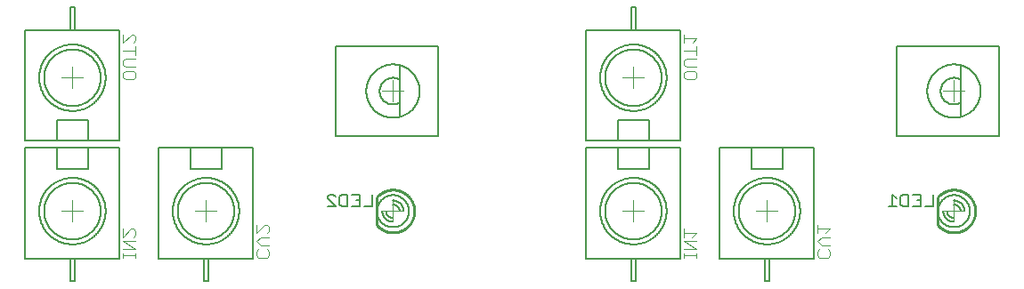
<source format=gbo>
G75*
%MOIN*%
%OFA0B0*%
%FSLAX25Y25*%
%IPPOS*%
%LPD*%
%AMOC8*
5,1,8,0,0,1.08239X$1,22.5*
%
%ADD10C,0.00500*%
%ADD11C,0.00400*%
%ADD12C,0.00000*%
%ADD13C,0.01000*%
%ADD14C,0.00600*%
%ADD15C,0.00800*%
D10*
X0020213Y0033244D02*
X0020213Y0041905D01*
X0003283Y0041905D01*
X0003283Y0083244D01*
X0015094Y0083244D01*
X0015094Y0075370D01*
X0026906Y0075370D01*
X0026906Y0083244D01*
X0015094Y0083244D01*
X0015094Y0086000D02*
X0015094Y0093874D01*
X0026906Y0093874D01*
X0026906Y0086000D01*
X0038717Y0086000D01*
X0038717Y0127338D01*
X0021787Y0127338D01*
X0021787Y0136000D01*
X0020213Y0136000D01*
X0020213Y0127732D01*
X0021787Y0127338D02*
X0003283Y0127338D01*
X0003283Y0086000D01*
X0015094Y0086000D01*
X0026906Y0086000D01*
X0026906Y0083244D02*
X0038717Y0083244D01*
X0038717Y0041905D01*
X0020213Y0041905D01*
X0021787Y0041512D02*
X0021787Y0033244D01*
X0020213Y0033244D01*
X0053283Y0041905D02*
X0053283Y0083244D01*
X0065094Y0083244D01*
X0065094Y0075370D01*
X0076906Y0075370D01*
X0076906Y0083244D01*
X0065094Y0083244D01*
X0076906Y0083244D02*
X0088717Y0083244D01*
X0088717Y0041905D01*
X0070213Y0041905D01*
X0070213Y0033244D01*
X0071787Y0033244D01*
X0071787Y0041512D01*
X0070213Y0041905D02*
X0053283Y0041905D01*
X0060407Y0059622D02*
X0060410Y0059882D01*
X0060420Y0060142D01*
X0060436Y0060401D01*
X0060458Y0060660D01*
X0060487Y0060919D01*
X0060522Y0061176D01*
X0060563Y0061433D01*
X0060611Y0061689D01*
X0060664Y0061943D01*
X0060724Y0062196D01*
X0060791Y0062447D01*
X0060863Y0062697D01*
X0060942Y0062945D01*
X0061026Y0063191D01*
X0061117Y0063434D01*
X0061213Y0063676D01*
X0061316Y0063915D01*
X0061424Y0064151D01*
X0061538Y0064385D01*
X0061658Y0064616D01*
X0061783Y0064843D01*
X0061914Y0065068D01*
X0062050Y0065289D01*
X0062192Y0065507D01*
X0062339Y0065722D01*
X0062492Y0065932D01*
X0062649Y0066139D01*
X0062812Y0066342D01*
X0062979Y0066541D01*
X0063151Y0066736D01*
X0063328Y0066926D01*
X0063510Y0067112D01*
X0063696Y0067294D01*
X0063886Y0067471D01*
X0064081Y0067643D01*
X0064280Y0067810D01*
X0064483Y0067973D01*
X0064690Y0068130D01*
X0064900Y0068283D01*
X0065115Y0068430D01*
X0065333Y0068572D01*
X0065554Y0068708D01*
X0065779Y0068839D01*
X0066006Y0068964D01*
X0066237Y0069084D01*
X0066471Y0069198D01*
X0066707Y0069306D01*
X0066946Y0069409D01*
X0067188Y0069505D01*
X0067431Y0069596D01*
X0067677Y0069680D01*
X0067925Y0069759D01*
X0068175Y0069831D01*
X0068426Y0069898D01*
X0068679Y0069958D01*
X0068933Y0070011D01*
X0069189Y0070059D01*
X0069446Y0070100D01*
X0069703Y0070135D01*
X0069962Y0070164D01*
X0070221Y0070186D01*
X0070480Y0070202D01*
X0070740Y0070212D01*
X0071000Y0070215D01*
X0071260Y0070212D01*
X0071520Y0070202D01*
X0071779Y0070186D01*
X0072038Y0070164D01*
X0072297Y0070135D01*
X0072554Y0070100D01*
X0072811Y0070059D01*
X0073067Y0070011D01*
X0073321Y0069958D01*
X0073574Y0069898D01*
X0073825Y0069831D01*
X0074075Y0069759D01*
X0074323Y0069680D01*
X0074569Y0069596D01*
X0074812Y0069505D01*
X0075054Y0069409D01*
X0075293Y0069306D01*
X0075529Y0069198D01*
X0075763Y0069084D01*
X0075994Y0068964D01*
X0076221Y0068839D01*
X0076446Y0068708D01*
X0076667Y0068572D01*
X0076885Y0068430D01*
X0077100Y0068283D01*
X0077310Y0068130D01*
X0077517Y0067973D01*
X0077720Y0067810D01*
X0077919Y0067643D01*
X0078114Y0067471D01*
X0078304Y0067294D01*
X0078490Y0067112D01*
X0078672Y0066926D01*
X0078849Y0066736D01*
X0079021Y0066541D01*
X0079188Y0066342D01*
X0079351Y0066139D01*
X0079508Y0065932D01*
X0079661Y0065722D01*
X0079808Y0065507D01*
X0079950Y0065289D01*
X0080086Y0065068D01*
X0080217Y0064843D01*
X0080342Y0064616D01*
X0080462Y0064385D01*
X0080576Y0064151D01*
X0080684Y0063915D01*
X0080787Y0063676D01*
X0080883Y0063434D01*
X0080974Y0063191D01*
X0081058Y0062945D01*
X0081137Y0062697D01*
X0081209Y0062447D01*
X0081276Y0062196D01*
X0081336Y0061943D01*
X0081389Y0061689D01*
X0081437Y0061433D01*
X0081478Y0061176D01*
X0081513Y0060919D01*
X0081542Y0060660D01*
X0081564Y0060401D01*
X0081580Y0060142D01*
X0081590Y0059882D01*
X0081593Y0059622D01*
X0081590Y0059362D01*
X0081580Y0059102D01*
X0081564Y0058843D01*
X0081542Y0058584D01*
X0081513Y0058325D01*
X0081478Y0058068D01*
X0081437Y0057811D01*
X0081389Y0057555D01*
X0081336Y0057301D01*
X0081276Y0057048D01*
X0081209Y0056797D01*
X0081137Y0056547D01*
X0081058Y0056299D01*
X0080974Y0056053D01*
X0080883Y0055810D01*
X0080787Y0055568D01*
X0080684Y0055329D01*
X0080576Y0055093D01*
X0080462Y0054859D01*
X0080342Y0054628D01*
X0080217Y0054401D01*
X0080086Y0054176D01*
X0079950Y0053955D01*
X0079808Y0053737D01*
X0079661Y0053522D01*
X0079508Y0053312D01*
X0079351Y0053105D01*
X0079188Y0052902D01*
X0079021Y0052703D01*
X0078849Y0052508D01*
X0078672Y0052318D01*
X0078490Y0052132D01*
X0078304Y0051950D01*
X0078114Y0051773D01*
X0077919Y0051601D01*
X0077720Y0051434D01*
X0077517Y0051271D01*
X0077310Y0051114D01*
X0077100Y0050961D01*
X0076885Y0050814D01*
X0076667Y0050672D01*
X0076446Y0050536D01*
X0076221Y0050405D01*
X0075994Y0050280D01*
X0075763Y0050160D01*
X0075529Y0050046D01*
X0075293Y0049938D01*
X0075054Y0049835D01*
X0074812Y0049739D01*
X0074569Y0049648D01*
X0074323Y0049564D01*
X0074075Y0049485D01*
X0073825Y0049413D01*
X0073574Y0049346D01*
X0073321Y0049286D01*
X0073067Y0049233D01*
X0072811Y0049185D01*
X0072554Y0049144D01*
X0072297Y0049109D01*
X0072038Y0049080D01*
X0071779Y0049058D01*
X0071520Y0049042D01*
X0071260Y0049032D01*
X0071000Y0049029D01*
X0070740Y0049032D01*
X0070480Y0049042D01*
X0070221Y0049058D01*
X0069962Y0049080D01*
X0069703Y0049109D01*
X0069446Y0049144D01*
X0069189Y0049185D01*
X0068933Y0049233D01*
X0068679Y0049286D01*
X0068426Y0049346D01*
X0068175Y0049413D01*
X0067925Y0049485D01*
X0067677Y0049564D01*
X0067431Y0049648D01*
X0067188Y0049739D01*
X0066946Y0049835D01*
X0066707Y0049938D01*
X0066471Y0050046D01*
X0066237Y0050160D01*
X0066006Y0050280D01*
X0065779Y0050405D01*
X0065554Y0050536D01*
X0065333Y0050672D01*
X0065115Y0050814D01*
X0064900Y0050961D01*
X0064690Y0051114D01*
X0064483Y0051271D01*
X0064280Y0051434D01*
X0064081Y0051601D01*
X0063886Y0051773D01*
X0063696Y0051950D01*
X0063510Y0052132D01*
X0063328Y0052318D01*
X0063151Y0052508D01*
X0062979Y0052703D01*
X0062812Y0052902D01*
X0062649Y0053105D01*
X0062492Y0053312D01*
X0062339Y0053522D01*
X0062192Y0053737D01*
X0062050Y0053955D01*
X0061914Y0054176D01*
X0061783Y0054401D01*
X0061658Y0054628D01*
X0061538Y0054859D01*
X0061424Y0055093D01*
X0061316Y0055329D01*
X0061213Y0055568D01*
X0061117Y0055810D01*
X0061026Y0056053D01*
X0060942Y0056299D01*
X0060863Y0056547D01*
X0060791Y0056797D01*
X0060724Y0057048D01*
X0060664Y0057301D01*
X0060611Y0057555D01*
X0060563Y0057811D01*
X0060522Y0058068D01*
X0060487Y0058325D01*
X0060458Y0058584D01*
X0060436Y0058843D01*
X0060420Y0059102D01*
X0060410Y0059362D01*
X0060407Y0059622D01*
X0058550Y0059622D02*
X0058554Y0059928D01*
X0058565Y0060233D01*
X0058584Y0060538D01*
X0058610Y0060842D01*
X0058644Y0061146D01*
X0058685Y0061449D01*
X0058733Y0061750D01*
X0058789Y0062051D01*
X0058853Y0062350D01*
X0058923Y0062647D01*
X0059001Y0062943D01*
X0059086Y0063236D01*
X0059178Y0063527D01*
X0059278Y0063816D01*
X0059384Y0064103D01*
X0059498Y0064386D01*
X0059618Y0064667D01*
X0059745Y0064945D01*
X0059879Y0065220D01*
X0060020Y0065491D01*
X0060167Y0065759D01*
X0060321Y0066023D01*
X0060482Y0066283D01*
X0060648Y0066539D01*
X0060821Y0066791D01*
X0061000Y0067038D01*
X0061185Y0067282D01*
X0061376Y0067520D01*
X0061573Y0067754D01*
X0061775Y0067983D01*
X0061983Y0068207D01*
X0062197Y0068425D01*
X0062415Y0068639D01*
X0062639Y0068847D01*
X0062868Y0069049D01*
X0063102Y0069246D01*
X0063340Y0069437D01*
X0063584Y0069622D01*
X0063831Y0069801D01*
X0064083Y0069974D01*
X0064339Y0070140D01*
X0064599Y0070301D01*
X0064863Y0070455D01*
X0065131Y0070602D01*
X0065402Y0070743D01*
X0065677Y0070877D01*
X0065955Y0071004D01*
X0066236Y0071124D01*
X0066519Y0071238D01*
X0066806Y0071344D01*
X0067095Y0071444D01*
X0067386Y0071536D01*
X0067679Y0071621D01*
X0067975Y0071699D01*
X0068272Y0071769D01*
X0068571Y0071833D01*
X0068872Y0071889D01*
X0069173Y0071937D01*
X0069476Y0071978D01*
X0069780Y0072012D01*
X0070084Y0072038D01*
X0070389Y0072057D01*
X0070694Y0072068D01*
X0071000Y0072072D01*
X0071306Y0072068D01*
X0071611Y0072057D01*
X0071916Y0072038D01*
X0072220Y0072012D01*
X0072524Y0071978D01*
X0072827Y0071937D01*
X0073128Y0071889D01*
X0073429Y0071833D01*
X0073728Y0071769D01*
X0074025Y0071699D01*
X0074321Y0071621D01*
X0074614Y0071536D01*
X0074905Y0071444D01*
X0075194Y0071344D01*
X0075481Y0071238D01*
X0075764Y0071124D01*
X0076045Y0071004D01*
X0076323Y0070877D01*
X0076598Y0070743D01*
X0076869Y0070602D01*
X0077137Y0070455D01*
X0077401Y0070301D01*
X0077661Y0070140D01*
X0077917Y0069974D01*
X0078169Y0069801D01*
X0078416Y0069622D01*
X0078660Y0069437D01*
X0078898Y0069246D01*
X0079132Y0069049D01*
X0079361Y0068847D01*
X0079585Y0068639D01*
X0079803Y0068425D01*
X0080017Y0068207D01*
X0080225Y0067983D01*
X0080427Y0067754D01*
X0080624Y0067520D01*
X0080815Y0067282D01*
X0081000Y0067038D01*
X0081179Y0066791D01*
X0081352Y0066539D01*
X0081518Y0066283D01*
X0081679Y0066023D01*
X0081833Y0065759D01*
X0081980Y0065491D01*
X0082121Y0065220D01*
X0082255Y0064945D01*
X0082382Y0064667D01*
X0082502Y0064386D01*
X0082616Y0064103D01*
X0082722Y0063816D01*
X0082822Y0063527D01*
X0082914Y0063236D01*
X0082999Y0062943D01*
X0083077Y0062647D01*
X0083147Y0062350D01*
X0083211Y0062051D01*
X0083267Y0061750D01*
X0083315Y0061449D01*
X0083356Y0061146D01*
X0083390Y0060842D01*
X0083416Y0060538D01*
X0083435Y0060233D01*
X0083446Y0059928D01*
X0083450Y0059622D01*
X0083446Y0059316D01*
X0083435Y0059011D01*
X0083416Y0058706D01*
X0083390Y0058402D01*
X0083356Y0058098D01*
X0083315Y0057795D01*
X0083267Y0057494D01*
X0083211Y0057193D01*
X0083147Y0056894D01*
X0083077Y0056597D01*
X0082999Y0056301D01*
X0082914Y0056008D01*
X0082822Y0055717D01*
X0082722Y0055428D01*
X0082616Y0055141D01*
X0082502Y0054858D01*
X0082382Y0054577D01*
X0082255Y0054299D01*
X0082121Y0054024D01*
X0081980Y0053753D01*
X0081833Y0053485D01*
X0081679Y0053221D01*
X0081518Y0052961D01*
X0081352Y0052705D01*
X0081179Y0052453D01*
X0081000Y0052206D01*
X0080815Y0051962D01*
X0080624Y0051724D01*
X0080427Y0051490D01*
X0080225Y0051261D01*
X0080017Y0051037D01*
X0079803Y0050819D01*
X0079585Y0050605D01*
X0079361Y0050397D01*
X0079132Y0050195D01*
X0078898Y0049998D01*
X0078660Y0049807D01*
X0078416Y0049622D01*
X0078169Y0049443D01*
X0077917Y0049270D01*
X0077661Y0049104D01*
X0077401Y0048943D01*
X0077137Y0048789D01*
X0076869Y0048642D01*
X0076598Y0048501D01*
X0076323Y0048367D01*
X0076045Y0048240D01*
X0075764Y0048120D01*
X0075481Y0048006D01*
X0075194Y0047900D01*
X0074905Y0047800D01*
X0074614Y0047708D01*
X0074321Y0047623D01*
X0074025Y0047545D01*
X0073728Y0047475D01*
X0073429Y0047411D01*
X0073128Y0047355D01*
X0072827Y0047307D01*
X0072524Y0047266D01*
X0072220Y0047232D01*
X0071916Y0047206D01*
X0071611Y0047187D01*
X0071306Y0047176D01*
X0071000Y0047172D01*
X0070694Y0047176D01*
X0070389Y0047187D01*
X0070084Y0047206D01*
X0069780Y0047232D01*
X0069476Y0047266D01*
X0069173Y0047307D01*
X0068872Y0047355D01*
X0068571Y0047411D01*
X0068272Y0047475D01*
X0067975Y0047545D01*
X0067679Y0047623D01*
X0067386Y0047708D01*
X0067095Y0047800D01*
X0066806Y0047900D01*
X0066519Y0048006D01*
X0066236Y0048120D01*
X0065955Y0048240D01*
X0065677Y0048367D01*
X0065402Y0048501D01*
X0065131Y0048642D01*
X0064863Y0048789D01*
X0064599Y0048943D01*
X0064339Y0049104D01*
X0064083Y0049270D01*
X0063831Y0049443D01*
X0063584Y0049622D01*
X0063340Y0049807D01*
X0063102Y0049998D01*
X0062868Y0050195D01*
X0062639Y0050397D01*
X0062415Y0050605D01*
X0062197Y0050819D01*
X0061983Y0051037D01*
X0061775Y0051261D01*
X0061573Y0051490D01*
X0061376Y0051724D01*
X0061185Y0051962D01*
X0061000Y0052206D01*
X0060821Y0052453D01*
X0060648Y0052705D01*
X0060482Y0052961D01*
X0060321Y0053221D01*
X0060167Y0053485D01*
X0060020Y0053753D01*
X0059879Y0054024D01*
X0059745Y0054299D01*
X0059618Y0054577D01*
X0059498Y0054858D01*
X0059384Y0055141D01*
X0059278Y0055428D01*
X0059178Y0055717D01*
X0059086Y0056008D01*
X0059001Y0056301D01*
X0058923Y0056597D01*
X0058853Y0056894D01*
X0058789Y0057193D01*
X0058733Y0057494D01*
X0058685Y0057795D01*
X0058644Y0058098D01*
X0058610Y0058402D01*
X0058584Y0058706D01*
X0058565Y0059011D01*
X0058554Y0059316D01*
X0058550Y0059622D01*
X0010407Y0059622D02*
X0010410Y0059882D01*
X0010420Y0060142D01*
X0010436Y0060401D01*
X0010458Y0060660D01*
X0010487Y0060919D01*
X0010522Y0061176D01*
X0010563Y0061433D01*
X0010611Y0061689D01*
X0010664Y0061943D01*
X0010724Y0062196D01*
X0010791Y0062447D01*
X0010863Y0062697D01*
X0010942Y0062945D01*
X0011026Y0063191D01*
X0011117Y0063434D01*
X0011213Y0063676D01*
X0011316Y0063915D01*
X0011424Y0064151D01*
X0011538Y0064385D01*
X0011658Y0064616D01*
X0011783Y0064843D01*
X0011914Y0065068D01*
X0012050Y0065289D01*
X0012192Y0065507D01*
X0012339Y0065722D01*
X0012492Y0065932D01*
X0012649Y0066139D01*
X0012812Y0066342D01*
X0012979Y0066541D01*
X0013151Y0066736D01*
X0013328Y0066926D01*
X0013510Y0067112D01*
X0013696Y0067294D01*
X0013886Y0067471D01*
X0014081Y0067643D01*
X0014280Y0067810D01*
X0014483Y0067973D01*
X0014690Y0068130D01*
X0014900Y0068283D01*
X0015115Y0068430D01*
X0015333Y0068572D01*
X0015554Y0068708D01*
X0015779Y0068839D01*
X0016006Y0068964D01*
X0016237Y0069084D01*
X0016471Y0069198D01*
X0016707Y0069306D01*
X0016946Y0069409D01*
X0017188Y0069505D01*
X0017431Y0069596D01*
X0017677Y0069680D01*
X0017925Y0069759D01*
X0018175Y0069831D01*
X0018426Y0069898D01*
X0018679Y0069958D01*
X0018933Y0070011D01*
X0019189Y0070059D01*
X0019446Y0070100D01*
X0019703Y0070135D01*
X0019962Y0070164D01*
X0020221Y0070186D01*
X0020480Y0070202D01*
X0020740Y0070212D01*
X0021000Y0070215D01*
X0021260Y0070212D01*
X0021520Y0070202D01*
X0021779Y0070186D01*
X0022038Y0070164D01*
X0022297Y0070135D01*
X0022554Y0070100D01*
X0022811Y0070059D01*
X0023067Y0070011D01*
X0023321Y0069958D01*
X0023574Y0069898D01*
X0023825Y0069831D01*
X0024075Y0069759D01*
X0024323Y0069680D01*
X0024569Y0069596D01*
X0024812Y0069505D01*
X0025054Y0069409D01*
X0025293Y0069306D01*
X0025529Y0069198D01*
X0025763Y0069084D01*
X0025994Y0068964D01*
X0026221Y0068839D01*
X0026446Y0068708D01*
X0026667Y0068572D01*
X0026885Y0068430D01*
X0027100Y0068283D01*
X0027310Y0068130D01*
X0027517Y0067973D01*
X0027720Y0067810D01*
X0027919Y0067643D01*
X0028114Y0067471D01*
X0028304Y0067294D01*
X0028490Y0067112D01*
X0028672Y0066926D01*
X0028849Y0066736D01*
X0029021Y0066541D01*
X0029188Y0066342D01*
X0029351Y0066139D01*
X0029508Y0065932D01*
X0029661Y0065722D01*
X0029808Y0065507D01*
X0029950Y0065289D01*
X0030086Y0065068D01*
X0030217Y0064843D01*
X0030342Y0064616D01*
X0030462Y0064385D01*
X0030576Y0064151D01*
X0030684Y0063915D01*
X0030787Y0063676D01*
X0030883Y0063434D01*
X0030974Y0063191D01*
X0031058Y0062945D01*
X0031137Y0062697D01*
X0031209Y0062447D01*
X0031276Y0062196D01*
X0031336Y0061943D01*
X0031389Y0061689D01*
X0031437Y0061433D01*
X0031478Y0061176D01*
X0031513Y0060919D01*
X0031542Y0060660D01*
X0031564Y0060401D01*
X0031580Y0060142D01*
X0031590Y0059882D01*
X0031593Y0059622D01*
X0031590Y0059362D01*
X0031580Y0059102D01*
X0031564Y0058843D01*
X0031542Y0058584D01*
X0031513Y0058325D01*
X0031478Y0058068D01*
X0031437Y0057811D01*
X0031389Y0057555D01*
X0031336Y0057301D01*
X0031276Y0057048D01*
X0031209Y0056797D01*
X0031137Y0056547D01*
X0031058Y0056299D01*
X0030974Y0056053D01*
X0030883Y0055810D01*
X0030787Y0055568D01*
X0030684Y0055329D01*
X0030576Y0055093D01*
X0030462Y0054859D01*
X0030342Y0054628D01*
X0030217Y0054401D01*
X0030086Y0054176D01*
X0029950Y0053955D01*
X0029808Y0053737D01*
X0029661Y0053522D01*
X0029508Y0053312D01*
X0029351Y0053105D01*
X0029188Y0052902D01*
X0029021Y0052703D01*
X0028849Y0052508D01*
X0028672Y0052318D01*
X0028490Y0052132D01*
X0028304Y0051950D01*
X0028114Y0051773D01*
X0027919Y0051601D01*
X0027720Y0051434D01*
X0027517Y0051271D01*
X0027310Y0051114D01*
X0027100Y0050961D01*
X0026885Y0050814D01*
X0026667Y0050672D01*
X0026446Y0050536D01*
X0026221Y0050405D01*
X0025994Y0050280D01*
X0025763Y0050160D01*
X0025529Y0050046D01*
X0025293Y0049938D01*
X0025054Y0049835D01*
X0024812Y0049739D01*
X0024569Y0049648D01*
X0024323Y0049564D01*
X0024075Y0049485D01*
X0023825Y0049413D01*
X0023574Y0049346D01*
X0023321Y0049286D01*
X0023067Y0049233D01*
X0022811Y0049185D01*
X0022554Y0049144D01*
X0022297Y0049109D01*
X0022038Y0049080D01*
X0021779Y0049058D01*
X0021520Y0049042D01*
X0021260Y0049032D01*
X0021000Y0049029D01*
X0020740Y0049032D01*
X0020480Y0049042D01*
X0020221Y0049058D01*
X0019962Y0049080D01*
X0019703Y0049109D01*
X0019446Y0049144D01*
X0019189Y0049185D01*
X0018933Y0049233D01*
X0018679Y0049286D01*
X0018426Y0049346D01*
X0018175Y0049413D01*
X0017925Y0049485D01*
X0017677Y0049564D01*
X0017431Y0049648D01*
X0017188Y0049739D01*
X0016946Y0049835D01*
X0016707Y0049938D01*
X0016471Y0050046D01*
X0016237Y0050160D01*
X0016006Y0050280D01*
X0015779Y0050405D01*
X0015554Y0050536D01*
X0015333Y0050672D01*
X0015115Y0050814D01*
X0014900Y0050961D01*
X0014690Y0051114D01*
X0014483Y0051271D01*
X0014280Y0051434D01*
X0014081Y0051601D01*
X0013886Y0051773D01*
X0013696Y0051950D01*
X0013510Y0052132D01*
X0013328Y0052318D01*
X0013151Y0052508D01*
X0012979Y0052703D01*
X0012812Y0052902D01*
X0012649Y0053105D01*
X0012492Y0053312D01*
X0012339Y0053522D01*
X0012192Y0053737D01*
X0012050Y0053955D01*
X0011914Y0054176D01*
X0011783Y0054401D01*
X0011658Y0054628D01*
X0011538Y0054859D01*
X0011424Y0055093D01*
X0011316Y0055329D01*
X0011213Y0055568D01*
X0011117Y0055810D01*
X0011026Y0056053D01*
X0010942Y0056299D01*
X0010863Y0056547D01*
X0010791Y0056797D01*
X0010724Y0057048D01*
X0010664Y0057301D01*
X0010611Y0057555D01*
X0010563Y0057811D01*
X0010522Y0058068D01*
X0010487Y0058325D01*
X0010458Y0058584D01*
X0010436Y0058843D01*
X0010420Y0059102D01*
X0010410Y0059362D01*
X0010407Y0059622D01*
X0008550Y0059622D02*
X0008554Y0059928D01*
X0008565Y0060233D01*
X0008584Y0060538D01*
X0008610Y0060842D01*
X0008644Y0061146D01*
X0008685Y0061449D01*
X0008733Y0061750D01*
X0008789Y0062051D01*
X0008853Y0062350D01*
X0008923Y0062647D01*
X0009001Y0062943D01*
X0009086Y0063236D01*
X0009178Y0063527D01*
X0009278Y0063816D01*
X0009384Y0064103D01*
X0009498Y0064386D01*
X0009618Y0064667D01*
X0009745Y0064945D01*
X0009879Y0065220D01*
X0010020Y0065491D01*
X0010167Y0065759D01*
X0010321Y0066023D01*
X0010482Y0066283D01*
X0010648Y0066539D01*
X0010821Y0066791D01*
X0011000Y0067038D01*
X0011185Y0067282D01*
X0011376Y0067520D01*
X0011573Y0067754D01*
X0011775Y0067983D01*
X0011983Y0068207D01*
X0012197Y0068425D01*
X0012415Y0068639D01*
X0012639Y0068847D01*
X0012868Y0069049D01*
X0013102Y0069246D01*
X0013340Y0069437D01*
X0013584Y0069622D01*
X0013831Y0069801D01*
X0014083Y0069974D01*
X0014339Y0070140D01*
X0014599Y0070301D01*
X0014863Y0070455D01*
X0015131Y0070602D01*
X0015402Y0070743D01*
X0015677Y0070877D01*
X0015955Y0071004D01*
X0016236Y0071124D01*
X0016519Y0071238D01*
X0016806Y0071344D01*
X0017095Y0071444D01*
X0017386Y0071536D01*
X0017679Y0071621D01*
X0017975Y0071699D01*
X0018272Y0071769D01*
X0018571Y0071833D01*
X0018872Y0071889D01*
X0019173Y0071937D01*
X0019476Y0071978D01*
X0019780Y0072012D01*
X0020084Y0072038D01*
X0020389Y0072057D01*
X0020694Y0072068D01*
X0021000Y0072072D01*
X0021306Y0072068D01*
X0021611Y0072057D01*
X0021916Y0072038D01*
X0022220Y0072012D01*
X0022524Y0071978D01*
X0022827Y0071937D01*
X0023128Y0071889D01*
X0023429Y0071833D01*
X0023728Y0071769D01*
X0024025Y0071699D01*
X0024321Y0071621D01*
X0024614Y0071536D01*
X0024905Y0071444D01*
X0025194Y0071344D01*
X0025481Y0071238D01*
X0025764Y0071124D01*
X0026045Y0071004D01*
X0026323Y0070877D01*
X0026598Y0070743D01*
X0026869Y0070602D01*
X0027137Y0070455D01*
X0027401Y0070301D01*
X0027661Y0070140D01*
X0027917Y0069974D01*
X0028169Y0069801D01*
X0028416Y0069622D01*
X0028660Y0069437D01*
X0028898Y0069246D01*
X0029132Y0069049D01*
X0029361Y0068847D01*
X0029585Y0068639D01*
X0029803Y0068425D01*
X0030017Y0068207D01*
X0030225Y0067983D01*
X0030427Y0067754D01*
X0030624Y0067520D01*
X0030815Y0067282D01*
X0031000Y0067038D01*
X0031179Y0066791D01*
X0031352Y0066539D01*
X0031518Y0066283D01*
X0031679Y0066023D01*
X0031833Y0065759D01*
X0031980Y0065491D01*
X0032121Y0065220D01*
X0032255Y0064945D01*
X0032382Y0064667D01*
X0032502Y0064386D01*
X0032616Y0064103D01*
X0032722Y0063816D01*
X0032822Y0063527D01*
X0032914Y0063236D01*
X0032999Y0062943D01*
X0033077Y0062647D01*
X0033147Y0062350D01*
X0033211Y0062051D01*
X0033267Y0061750D01*
X0033315Y0061449D01*
X0033356Y0061146D01*
X0033390Y0060842D01*
X0033416Y0060538D01*
X0033435Y0060233D01*
X0033446Y0059928D01*
X0033450Y0059622D01*
X0033446Y0059316D01*
X0033435Y0059011D01*
X0033416Y0058706D01*
X0033390Y0058402D01*
X0033356Y0058098D01*
X0033315Y0057795D01*
X0033267Y0057494D01*
X0033211Y0057193D01*
X0033147Y0056894D01*
X0033077Y0056597D01*
X0032999Y0056301D01*
X0032914Y0056008D01*
X0032822Y0055717D01*
X0032722Y0055428D01*
X0032616Y0055141D01*
X0032502Y0054858D01*
X0032382Y0054577D01*
X0032255Y0054299D01*
X0032121Y0054024D01*
X0031980Y0053753D01*
X0031833Y0053485D01*
X0031679Y0053221D01*
X0031518Y0052961D01*
X0031352Y0052705D01*
X0031179Y0052453D01*
X0031000Y0052206D01*
X0030815Y0051962D01*
X0030624Y0051724D01*
X0030427Y0051490D01*
X0030225Y0051261D01*
X0030017Y0051037D01*
X0029803Y0050819D01*
X0029585Y0050605D01*
X0029361Y0050397D01*
X0029132Y0050195D01*
X0028898Y0049998D01*
X0028660Y0049807D01*
X0028416Y0049622D01*
X0028169Y0049443D01*
X0027917Y0049270D01*
X0027661Y0049104D01*
X0027401Y0048943D01*
X0027137Y0048789D01*
X0026869Y0048642D01*
X0026598Y0048501D01*
X0026323Y0048367D01*
X0026045Y0048240D01*
X0025764Y0048120D01*
X0025481Y0048006D01*
X0025194Y0047900D01*
X0024905Y0047800D01*
X0024614Y0047708D01*
X0024321Y0047623D01*
X0024025Y0047545D01*
X0023728Y0047475D01*
X0023429Y0047411D01*
X0023128Y0047355D01*
X0022827Y0047307D01*
X0022524Y0047266D01*
X0022220Y0047232D01*
X0021916Y0047206D01*
X0021611Y0047187D01*
X0021306Y0047176D01*
X0021000Y0047172D01*
X0020694Y0047176D01*
X0020389Y0047187D01*
X0020084Y0047206D01*
X0019780Y0047232D01*
X0019476Y0047266D01*
X0019173Y0047307D01*
X0018872Y0047355D01*
X0018571Y0047411D01*
X0018272Y0047475D01*
X0017975Y0047545D01*
X0017679Y0047623D01*
X0017386Y0047708D01*
X0017095Y0047800D01*
X0016806Y0047900D01*
X0016519Y0048006D01*
X0016236Y0048120D01*
X0015955Y0048240D01*
X0015677Y0048367D01*
X0015402Y0048501D01*
X0015131Y0048642D01*
X0014863Y0048789D01*
X0014599Y0048943D01*
X0014339Y0049104D01*
X0014083Y0049270D01*
X0013831Y0049443D01*
X0013584Y0049622D01*
X0013340Y0049807D01*
X0013102Y0049998D01*
X0012868Y0050195D01*
X0012639Y0050397D01*
X0012415Y0050605D01*
X0012197Y0050819D01*
X0011983Y0051037D01*
X0011775Y0051261D01*
X0011573Y0051490D01*
X0011376Y0051724D01*
X0011185Y0051962D01*
X0011000Y0052206D01*
X0010821Y0052453D01*
X0010648Y0052705D01*
X0010482Y0052961D01*
X0010321Y0053221D01*
X0010167Y0053485D01*
X0010020Y0053753D01*
X0009879Y0054024D01*
X0009745Y0054299D01*
X0009618Y0054577D01*
X0009498Y0054858D01*
X0009384Y0055141D01*
X0009278Y0055428D01*
X0009178Y0055717D01*
X0009086Y0056008D01*
X0009001Y0056301D01*
X0008923Y0056597D01*
X0008853Y0056894D01*
X0008789Y0057193D01*
X0008733Y0057494D01*
X0008685Y0057795D01*
X0008644Y0058098D01*
X0008610Y0058402D01*
X0008584Y0058706D01*
X0008565Y0059011D01*
X0008554Y0059316D01*
X0008550Y0059622D01*
X0116436Y0061372D02*
X0119438Y0061372D01*
X0116436Y0064374D01*
X0116436Y0065125D01*
X0117186Y0065876D01*
X0118688Y0065876D01*
X0119438Y0065125D01*
X0121040Y0065125D02*
X0121790Y0065876D01*
X0124042Y0065876D01*
X0124042Y0061372D01*
X0121790Y0061372D01*
X0121040Y0062122D01*
X0121040Y0065125D01*
X0125644Y0065876D02*
X0128646Y0065876D01*
X0128646Y0061372D01*
X0125644Y0061372D01*
X0130247Y0061372D02*
X0133250Y0061372D01*
X0133250Y0065876D01*
X0128646Y0063624D02*
X0127145Y0063624D01*
X0119504Y0087712D02*
X0158047Y0087712D01*
X0158047Y0121531D01*
X0119504Y0121531D01*
X0119504Y0087712D01*
X0213283Y0086000D02*
X0213283Y0127338D01*
X0231787Y0127338D01*
X0231787Y0136000D01*
X0230213Y0136000D01*
X0230213Y0127732D01*
X0231787Y0127338D02*
X0248717Y0127338D01*
X0248717Y0086000D01*
X0236906Y0086000D01*
X0236906Y0093874D01*
X0225094Y0093874D01*
X0225094Y0086000D01*
X0236906Y0086000D01*
X0236906Y0083244D02*
X0236906Y0075370D01*
X0225094Y0075370D01*
X0225094Y0083244D01*
X0213283Y0083244D01*
X0213283Y0041905D01*
X0230213Y0041905D01*
X0230213Y0033244D01*
X0231787Y0033244D01*
X0231787Y0041512D01*
X0230213Y0041905D02*
X0248717Y0041905D01*
X0248717Y0083244D01*
X0236906Y0083244D01*
X0225094Y0083244D01*
X0225094Y0086000D02*
X0213283Y0086000D01*
X0263283Y0083244D02*
X0263283Y0041905D01*
X0280213Y0041905D01*
X0280213Y0033244D01*
X0281787Y0033244D01*
X0281787Y0041512D01*
X0280213Y0041905D02*
X0298717Y0041905D01*
X0298717Y0083244D01*
X0286906Y0083244D01*
X0286906Y0075370D01*
X0275094Y0075370D01*
X0275094Y0083244D01*
X0263283Y0083244D01*
X0275094Y0083244D02*
X0286906Y0083244D01*
X0329504Y0087712D02*
X0368047Y0087712D01*
X0368047Y0121531D01*
X0329504Y0121531D01*
X0329504Y0087712D01*
X0327937Y0065876D02*
X0327937Y0061372D01*
X0329438Y0061372D02*
X0326436Y0061372D01*
X0331040Y0062122D02*
X0331040Y0065125D01*
X0331790Y0065876D01*
X0334042Y0065876D01*
X0334042Y0061372D01*
X0331790Y0061372D01*
X0331040Y0062122D01*
X0329438Y0064374D02*
X0327937Y0065876D01*
X0335644Y0065876D02*
X0338646Y0065876D01*
X0338646Y0061372D01*
X0335644Y0061372D01*
X0340247Y0061372D02*
X0343250Y0061372D01*
X0343250Y0065876D01*
X0338646Y0063624D02*
X0337145Y0063624D01*
X0270407Y0059622D02*
X0270410Y0059882D01*
X0270420Y0060142D01*
X0270436Y0060401D01*
X0270458Y0060660D01*
X0270487Y0060919D01*
X0270522Y0061176D01*
X0270563Y0061433D01*
X0270611Y0061689D01*
X0270664Y0061943D01*
X0270724Y0062196D01*
X0270791Y0062447D01*
X0270863Y0062697D01*
X0270942Y0062945D01*
X0271026Y0063191D01*
X0271117Y0063434D01*
X0271213Y0063676D01*
X0271316Y0063915D01*
X0271424Y0064151D01*
X0271538Y0064385D01*
X0271658Y0064616D01*
X0271783Y0064843D01*
X0271914Y0065068D01*
X0272050Y0065289D01*
X0272192Y0065507D01*
X0272339Y0065722D01*
X0272492Y0065932D01*
X0272649Y0066139D01*
X0272812Y0066342D01*
X0272979Y0066541D01*
X0273151Y0066736D01*
X0273328Y0066926D01*
X0273510Y0067112D01*
X0273696Y0067294D01*
X0273886Y0067471D01*
X0274081Y0067643D01*
X0274280Y0067810D01*
X0274483Y0067973D01*
X0274690Y0068130D01*
X0274900Y0068283D01*
X0275115Y0068430D01*
X0275333Y0068572D01*
X0275554Y0068708D01*
X0275779Y0068839D01*
X0276006Y0068964D01*
X0276237Y0069084D01*
X0276471Y0069198D01*
X0276707Y0069306D01*
X0276946Y0069409D01*
X0277188Y0069505D01*
X0277431Y0069596D01*
X0277677Y0069680D01*
X0277925Y0069759D01*
X0278175Y0069831D01*
X0278426Y0069898D01*
X0278679Y0069958D01*
X0278933Y0070011D01*
X0279189Y0070059D01*
X0279446Y0070100D01*
X0279703Y0070135D01*
X0279962Y0070164D01*
X0280221Y0070186D01*
X0280480Y0070202D01*
X0280740Y0070212D01*
X0281000Y0070215D01*
X0281260Y0070212D01*
X0281520Y0070202D01*
X0281779Y0070186D01*
X0282038Y0070164D01*
X0282297Y0070135D01*
X0282554Y0070100D01*
X0282811Y0070059D01*
X0283067Y0070011D01*
X0283321Y0069958D01*
X0283574Y0069898D01*
X0283825Y0069831D01*
X0284075Y0069759D01*
X0284323Y0069680D01*
X0284569Y0069596D01*
X0284812Y0069505D01*
X0285054Y0069409D01*
X0285293Y0069306D01*
X0285529Y0069198D01*
X0285763Y0069084D01*
X0285994Y0068964D01*
X0286221Y0068839D01*
X0286446Y0068708D01*
X0286667Y0068572D01*
X0286885Y0068430D01*
X0287100Y0068283D01*
X0287310Y0068130D01*
X0287517Y0067973D01*
X0287720Y0067810D01*
X0287919Y0067643D01*
X0288114Y0067471D01*
X0288304Y0067294D01*
X0288490Y0067112D01*
X0288672Y0066926D01*
X0288849Y0066736D01*
X0289021Y0066541D01*
X0289188Y0066342D01*
X0289351Y0066139D01*
X0289508Y0065932D01*
X0289661Y0065722D01*
X0289808Y0065507D01*
X0289950Y0065289D01*
X0290086Y0065068D01*
X0290217Y0064843D01*
X0290342Y0064616D01*
X0290462Y0064385D01*
X0290576Y0064151D01*
X0290684Y0063915D01*
X0290787Y0063676D01*
X0290883Y0063434D01*
X0290974Y0063191D01*
X0291058Y0062945D01*
X0291137Y0062697D01*
X0291209Y0062447D01*
X0291276Y0062196D01*
X0291336Y0061943D01*
X0291389Y0061689D01*
X0291437Y0061433D01*
X0291478Y0061176D01*
X0291513Y0060919D01*
X0291542Y0060660D01*
X0291564Y0060401D01*
X0291580Y0060142D01*
X0291590Y0059882D01*
X0291593Y0059622D01*
X0291590Y0059362D01*
X0291580Y0059102D01*
X0291564Y0058843D01*
X0291542Y0058584D01*
X0291513Y0058325D01*
X0291478Y0058068D01*
X0291437Y0057811D01*
X0291389Y0057555D01*
X0291336Y0057301D01*
X0291276Y0057048D01*
X0291209Y0056797D01*
X0291137Y0056547D01*
X0291058Y0056299D01*
X0290974Y0056053D01*
X0290883Y0055810D01*
X0290787Y0055568D01*
X0290684Y0055329D01*
X0290576Y0055093D01*
X0290462Y0054859D01*
X0290342Y0054628D01*
X0290217Y0054401D01*
X0290086Y0054176D01*
X0289950Y0053955D01*
X0289808Y0053737D01*
X0289661Y0053522D01*
X0289508Y0053312D01*
X0289351Y0053105D01*
X0289188Y0052902D01*
X0289021Y0052703D01*
X0288849Y0052508D01*
X0288672Y0052318D01*
X0288490Y0052132D01*
X0288304Y0051950D01*
X0288114Y0051773D01*
X0287919Y0051601D01*
X0287720Y0051434D01*
X0287517Y0051271D01*
X0287310Y0051114D01*
X0287100Y0050961D01*
X0286885Y0050814D01*
X0286667Y0050672D01*
X0286446Y0050536D01*
X0286221Y0050405D01*
X0285994Y0050280D01*
X0285763Y0050160D01*
X0285529Y0050046D01*
X0285293Y0049938D01*
X0285054Y0049835D01*
X0284812Y0049739D01*
X0284569Y0049648D01*
X0284323Y0049564D01*
X0284075Y0049485D01*
X0283825Y0049413D01*
X0283574Y0049346D01*
X0283321Y0049286D01*
X0283067Y0049233D01*
X0282811Y0049185D01*
X0282554Y0049144D01*
X0282297Y0049109D01*
X0282038Y0049080D01*
X0281779Y0049058D01*
X0281520Y0049042D01*
X0281260Y0049032D01*
X0281000Y0049029D01*
X0280740Y0049032D01*
X0280480Y0049042D01*
X0280221Y0049058D01*
X0279962Y0049080D01*
X0279703Y0049109D01*
X0279446Y0049144D01*
X0279189Y0049185D01*
X0278933Y0049233D01*
X0278679Y0049286D01*
X0278426Y0049346D01*
X0278175Y0049413D01*
X0277925Y0049485D01*
X0277677Y0049564D01*
X0277431Y0049648D01*
X0277188Y0049739D01*
X0276946Y0049835D01*
X0276707Y0049938D01*
X0276471Y0050046D01*
X0276237Y0050160D01*
X0276006Y0050280D01*
X0275779Y0050405D01*
X0275554Y0050536D01*
X0275333Y0050672D01*
X0275115Y0050814D01*
X0274900Y0050961D01*
X0274690Y0051114D01*
X0274483Y0051271D01*
X0274280Y0051434D01*
X0274081Y0051601D01*
X0273886Y0051773D01*
X0273696Y0051950D01*
X0273510Y0052132D01*
X0273328Y0052318D01*
X0273151Y0052508D01*
X0272979Y0052703D01*
X0272812Y0052902D01*
X0272649Y0053105D01*
X0272492Y0053312D01*
X0272339Y0053522D01*
X0272192Y0053737D01*
X0272050Y0053955D01*
X0271914Y0054176D01*
X0271783Y0054401D01*
X0271658Y0054628D01*
X0271538Y0054859D01*
X0271424Y0055093D01*
X0271316Y0055329D01*
X0271213Y0055568D01*
X0271117Y0055810D01*
X0271026Y0056053D01*
X0270942Y0056299D01*
X0270863Y0056547D01*
X0270791Y0056797D01*
X0270724Y0057048D01*
X0270664Y0057301D01*
X0270611Y0057555D01*
X0270563Y0057811D01*
X0270522Y0058068D01*
X0270487Y0058325D01*
X0270458Y0058584D01*
X0270436Y0058843D01*
X0270420Y0059102D01*
X0270410Y0059362D01*
X0270407Y0059622D01*
X0268550Y0059622D02*
X0268554Y0059928D01*
X0268565Y0060233D01*
X0268584Y0060538D01*
X0268610Y0060842D01*
X0268644Y0061146D01*
X0268685Y0061449D01*
X0268733Y0061750D01*
X0268789Y0062051D01*
X0268853Y0062350D01*
X0268923Y0062647D01*
X0269001Y0062943D01*
X0269086Y0063236D01*
X0269178Y0063527D01*
X0269278Y0063816D01*
X0269384Y0064103D01*
X0269498Y0064386D01*
X0269618Y0064667D01*
X0269745Y0064945D01*
X0269879Y0065220D01*
X0270020Y0065491D01*
X0270167Y0065759D01*
X0270321Y0066023D01*
X0270482Y0066283D01*
X0270648Y0066539D01*
X0270821Y0066791D01*
X0271000Y0067038D01*
X0271185Y0067282D01*
X0271376Y0067520D01*
X0271573Y0067754D01*
X0271775Y0067983D01*
X0271983Y0068207D01*
X0272197Y0068425D01*
X0272415Y0068639D01*
X0272639Y0068847D01*
X0272868Y0069049D01*
X0273102Y0069246D01*
X0273340Y0069437D01*
X0273584Y0069622D01*
X0273831Y0069801D01*
X0274083Y0069974D01*
X0274339Y0070140D01*
X0274599Y0070301D01*
X0274863Y0070455D01*
X0275131Y0070602D01*
X0275402Y0070743D01*
X0275677Y0070877D01*
X0275955Y0071004D01*
X0276236Y0071124D01*
X0276519Y0071238D01*
X0276806Y0071344D01*
X0277095Y0071444D01*
X0277386Y0071536D01*
X0277679Y0071621D01*
X0277975Y0071699D01*
X0278272Y0071769D01*
X0278571Y0071833D01*
X0278872Y0071889D01*
X0279173Y0071937D01*
X0279476Y0071978D01*
X0279780Y0072012D01*
X0280084Y0072038D01*
X0280389Y0072057D01*
X0280694Y0072068D01*
X0281000Y0072072D01*
X0281306Y0072068D01*
X0281611Y0072057D01*
X0281916Y0072038D01*
X0282220Y0072012D01*
X0282524Y0071978D01*
X0282827Y0071937D01*
X0283128Y0071889D01*
X0283429Y0071833D01*
X0283728Y0071769D01*
X0284025Y0071699D01*
X0284321Y0071621D01*
X0284614Y0071536D01*
X0284905Y0071444D01*
X0285194Y0071344D01*
X0285481Y0071238D01*
X0285764Y0071124D01*
X0286045Y0071004D01*
X0286323Y0070877D01*
X0286598Y0070743D01*
X0286869Y0070602D01*
X0287137Y0070455D01*
X0287401Y0070301D01*
X0287661Y0070140D01*
X0287917Y0069974D01*
X0288169Y0069801D01*
X0288416Y0069622D01*
X0288660Y0069437D01*
X0288898Y0069246D01*
X0289132Y0069049D01*
X0289361Y0068847D01*
X0289585Y0068639D01*
X0289803Y0068425D01*
X0290017Y0068207D01*
X0290225Y0067983D01*
X0290427Y0067754D01*
X0290624Y0067520D01*
X0290815Y0067282D01*
X0291000Y0067038D01*
X0291179Y0066791D01*
X0291352Y0066539D01*
X0291518Y0066283D01*
X0291679Y0066023D01*
X0291833Y0065759D01*
X0291980Y0065491D01*
X0292121Y0065220D01*
X0292255Y0064945D01*
X0292382Y0064667D01*
X0292502Y0064386D01*
X0292616Y0064103D01*
X0292722Y0063816D01*
X0292822Y0063527D01*
X0292914Y0063236D01*
X0292999Y0062943D01*
X0293077Y0062647D01*
X0293147Y0062350D01*
X0293211Y0062051D01*
X0293267Y0061750D01*
X0293315Y0061449D01*
X0293356Y0061146D01*
X0293390Y0060842D01*
X0293416Y0060538D01*
X0293435Y0060233D01*
X0293446Y0059928D01*
X0293450Y0059622D01*
X0293446Y0059316D01*
X0293435Y0059011D01*
X0293416Y0058706D01*
X0293390Y0058402D01*
X0293356Y0058098D01*
X0293315Y0057795D01*
X0293267Y0057494D01*
X0293211Y0057193D01*
X0293147Y0056894D01*
X0293077Y0056597D01*
X0292999Y0056301D01*
X0292914Y0056008D01*
X0292822Y0055717D01*
X0292722Y0055428D01*
X0292616Y0055141D01*
X0292502Y0054858D01*
X0292382Y0054577D01*
X0292255Y0054299D01*
X0292121Y0054024D01*
X0291980Y0053753D01*
X0291833Y0053485D01*
X0291679Y0053221D01*
X0291518Y0052961D01*
X0291352Y0052705D01*
X0291179Y0052453D01*
X0291000Y0052206D01*
X0290815Y0051962D01*
X0290624Y0051724D01*
X0290427Y0051490D01*
X0290225Y0051261D01*
X0290017Y0051037D01*
X0289803Y0050819D01*
X0289585Y0050605D01*
X0289361Y0050397D01*
X0289132Y0050195D01*
X0288898Y0049998D01*
X0288660Y0049807D01*
X0288416Y0049622D01*
X0288169Y0049443D01*
X0287917Y0049270D01*
X0287661Y0049104D01*
X0287401Y0048943D01*
X0287137Y0048789D01*
X0286869Y0048642D01*
X0286598Y0048501D01*
X0286323Y0048367D01*
X0286045Y0048240D01*
X0285764Y0048120D01*
X0285481Y0048006D01*
X0285194Y0047900D01*
X0284905Y0047800D01*
X0284614Y0047708D01*
X0284321Y0047623D01*
X0284025Y0047545D01*
X0283728Y0047475D01*
X0283429Y0047411D01*
X0283128Y0047355D01*
X0282827Y0047307D01*
X0282524Y0047266D01*
X0282220Y0047232D01*
X0281916Y0047206D01*
X0281611Y0047187D01*
X0281306Y0047176D01*
X0281000Y0047172D01*
X0280694Y0047176D01*
X0280389Y0047187D01*
X0280084Y0047206D01*
X0279780Y0047232D01*
X0279476Y0047266D01*
X0279173Y0047307D01*
X0278872Y0047355D01*
X0278571Y0047411D01*
X0278272Y0047475D01*
X0277975Y0047545D01*
X0277679Y0047623D01*
X0277386Y0047708D01*
X0277095Y0047800D01*
X0276806Y0047900D01*
X0276519Y0048006D01*
X0276236Y0048120D01*
X0275955Y0048240D01*
X0275677Y0048367D01*
X0275402Y0048501D01*
X0275131Y0048642D01*
X0274863Y0048789D01*
X0274599Y0048943D01*
X0274339Y0049104D01*
X0274083Y0049270D01*
X0273831Y0049443D01*
X0273584Y0049622D01*
X0273340Y0049807D01*
X0273102Y0049998D01*
X0272868Y0050195D01*
X0272639Y0050397D01*
X0272415Y0050605D01*
X0272197Y0050819D01*
X0271983Y0051037D01*
X0271775Y0051261D01*
X0271573Y0051490D01*
X0271376Y0051724D01*
X0271185Y0051962D01*
X0271000Y0052206D01*
X0270821Y0052453D01*
X0270648Y0052705D01*
X0270482Y0052961D01*
X0270321Y0053221D01*
X0270167Y0053485D01*
X0270020Y0053753D01*
X0269879Y0054024D01*
X0269745Y0054299D01*
X0269618Y0054577D01*
X0269498Y0054858D01*
X0269384Y0055141D01*
X0269278Y0055428D01*
X0269178Y0055717D01*
X0269086Y0056008D01*
X0269001Y0056301D01*
X0268923Y0056597D01*
X0268853Y0056894D01*
X0268789Y0057193D01*
X0268733Y0057494D01*
X0268685Y0057795D01*
X0268644Y0058098D01*
X0268610Y0058402D01*
X0268584Y0058706D01*
X0268565Y0059011D01*
X0268554Y0059316D01*
X0268550Y0059622D01*
X0220407Y0059622D02*
X0220410Y0059882D01*
X0220420Y0060142D01*
X0220436Y0060401D01*
X0220458Y0060660D01*
X0220487Y0060919D01*
X0220522Y0061176D01*
X0220563Y0061433D01*
X0220611Y0061689D01*
X0220664Y0061943D01*
X0220724Y0062196D01*
X0220791Y0062447D01*
X0220863Y0062697D01*
X0220942Y0062945D01*
X0221026Y0063191D01*
X0221117Y0063434D01*
X0221213Y0063676D01*
X0221316Y0063915D01*
X0221424Y0064151D01*
X0221538Y0064385D01*
X0221658Y0064616D01*
X0221783Y0064843D01*
X0221914Y0065068D01*
X0222050Y0065289D01*
X0222192Y0065507D01*
X0222339Y0065722D01*
X0222492Y0065932D01*
X0222649Y0066139D01*
X0222812Y0066342D01*
X0222979Y0066541D01*
X0223151Y0066736D01*
X0223328Y0066926D01*
X0223510Y0067112D01*
X0223696Y0067294D01*
X0223886Y0067471D01*
X0224081Y0067643D01*
X0224280Y0067810D01*
X0224483Y0067973D01*
X0224690Y0068130D01*
X0224900Y0068283D01*
X0225115Y0068430D01*
X0225333Y0068572D01*
X0225554Y0068708D01*
X0225779Y0068839D01*
X0226006Y0068964D01*
X0226237Y0069084D01*
X0226471Y0069198D01*
X0226707Y0069306D01*
X0226946Y0069409D01*
X0227188Y0069505D01*
X0227431Y0069596D01*
X0227677Y0069680D01*
X0227925Y0069759D01*
X0228175Y0069831D01*
X0228426Y0069898D01*
X0228679Y0069958D01*
X0228933Y0070011D01*
X0229189Y0070059D01*
X0229446Y0070100D01*
X0229703Y0070135D01*
X0229962Y0070164D01*
X0230221Y0070186D01*
X0230480Y0070202D01*
X0230740Y0070212D01*
X0231000Y0070215D01*
X0231260Y0070212D01*
X0231520Y0070202D01*
X0231779Y0070186D01*
X0232038Y0070164D01*
X0232297Y0070135D01*
X0232554Y0070100D01*
X0232811Y0070059D01*
X0233067Y0070011D01*
X0233321Y0069958D01*
X0233574Y0069898D01*
X0233825Y0069831D01*
X0234075Y0069759D01*
X0234323Y0069680D01*
X0234569Y0069596D01*
X0234812Y0069505D01*
X0235054Y0069409D01*
X0235293Y0069306D01*
X0235529Y0069198D01*
X0235763Y0069084D01*
X0235994Y0068964D01*
X0236221Y0068839D01*
X0236446Y0068708D01*
X0236667Y0068572D01*
X0236885Y0068430D01*
X0237100Y0068283D01*
X0237310Y0068130D01*
X0237517Y0067973D01*
X0237720Y0067810D01*
X0237919Y0067643D01*
X0238114Y0067471D01*
X0238304Y0067294D01*
X0238490Y0067112D01*
X0238672Y0066926D01*
X0238849Y0066736D01*
X0239021Y0066541D01*
X0239188Y0066342D01*
X0239351Y0066139D01*
X0239508Y0065932D01*
X0239661Y0065722D01*
X0239808Y0065507D01*
X0239950Y0065289D01*
X0240086Y0065068D01*
X0240217Y0064843D01*
X0240342Y0064616D01*
X0240462Y0064385D01*
X0240576Y0064151D01*
X0240684Y0063915D01*
X0240787Y0063676D01*
X0240883Y0063434D01*
X0240974Y0063191D01*
X0241058Y0062945D01*
X0241137Y0062697D01*
X0241209Y0062447D01*
X0241276Y0062196D01*
X0241336Y0061943D01*
X0241389Y0061689D01*
X0241437Y0061433D01*
X0241478Y0061176D01*
X0241513Y0060919D01*
X0241542Y0060660D01*
X0241564Y0060401D01*
X0241580Y0060142D01*
X0241590Y0059882D01*
X0241593Y0059622D01*
X0241590Y0059362D01*
X0241580Y0059102D01*
X0241564Y0058843D01*
X0241542Y0058584D01*
X0241513Y0058325D01*
X0241478Y0058068D01*
X0241437Y0057811D01*
X0241389Y0057555D01*
X0241336Y0057301D01*
X0241276Y0057048D01*
X0241209Y0056797D01*
X0241137Y0056547D01*
X0241058Y0056299D01*
X0240974Y0056053D01*
X0240883Y0055810D01*
X0240787Y0055568D01*
X0240684Y0055329D01*
X0240576Y0055093D01*
X0240462Y0054859D01*
X0240342Y0054628D01*
X0240217Y0054401D01*
X0240086Y0054176D01*
X0239950Y0053955D01*
X0239808Y0053737D01*
X0239661Y0053522D01*
X0239508Y0053312D01*
X0239351Y0053105D01*
X0239188Y0052902D01*
X0239021Y0052703D01*
X0238849Y0052508D01*
X0238672Y0052318D01*
X0238490Y0052132D01*
X0238304Y0051950D01*
X0238114Y0051773D01*
X0237919Y0051601D01*
X0237720Y0051434D01*
X0237517Y0051271D01*
X0237310Y0051114D01*
X0237100Y0050961D01*
X0236885Y0050814D01*
X0236667Y0050672D01*
X0236446Y0050536D01*
X0236221Y0050405D01*
X0235994Y0050280D01*
X0235763Y0050160D01*
X0235529Y0050046D01*
X0235293Y0049938D01*
X0235054Y0049835D01*
X0234812Y0049739D01*
X0234569Y0049648D01*
X0234323Y0049564D01*
X0234075Y0049485D01*
X0233825Y0049413D01*
X0233574Y0049346D01*
X0233321Y0049286D01*
X0233067Y0049233D01*
X0232811Y0049185D01*
X0232554Y0049144D01*
X0232297Y0049109D01*
X0232038Y0049080D01*
X0231779Y0049058D01*
X0231520Y0049042D01*
X0231260Y0049032D01*
X0231000Y0049029D01*
X0230740Y0049032D01*
X0230480Y0049042D01*
X0230221Y0049058D01*
X0229962Y0049080D01*
X0229703Y0049109D01*
X0229446Y0049144D01*
X0229189Y0049185D01*
X0228933Y0049233D01*
X0228679Y0049286D01*
X0228426Y0049346D01*
X0228175Y0049413D01*
X0227925Y0049485D01*
X0227677Y0049564D01*
X0227431Y0049648D01*
X0227188Y0049739D01*
X0226946Y0049835D01*
X0226707Y0049938D01*
X0226471Y0050046D01*
X0226237Y0050160D01*
X0226006Y0050280D01*
X0225779Y0050405D01*
X0225554Y0050536D01*
X0225333Y0050672D01*
X0225115Y0050814D01*
X0224900Y0050961D01*
X0224690Y0051114D01*
X0224483Y0051271D01*
X0224280Y0051434D01*
X0224081Y0051601D01*
X0223886Y0051773D01*
X0223696Y0051950D01*
X0223510Y0052132D01*
X0223328Y0052318D01*
X0223151Y0052508D01*
X0222979Y0052703D01*
X0222812Y0052902D01*
X0222649Y0053105D01*
X0222492Y0053312D01*
X0222339Y0053522D01*
X0222192Y0053737D01*
X0222050Y0053955D01*
X0221914Y0054176D01*
X0221783Y0054401D01*
X0221658Y0054628D01*
X0221538Y0054859D01*
X0221424Y0055093D01*
X0221316Y0055329D01*
X0221213Y0055568D01*
X0221117Y0055810D01*
X0221026Y0056053D01*
X0220942Y0056299D01*
X0220863Y0056547D01*
X0220791Y0056797D01*
X0220724Y0057048D01*
X0220664Y0057301D01*
X0220611Y0057555D01*
X0220563Y0057811D01*
X0220522Y0058068D01*
X0220487Y0058325D01*
X0220458Y0058584D01*
X0220436Y0058843D01*
X0220420Y0059102D01*
X0220410Y0059362D01*
X0220407Y0059622D01*
X0218550Y0059622D02*
X0218554Y0059928D01*
X0218565Y0060233D01*
X0218584Y0060538D01*
X0218610Y0060842D01*
X0218644Y0061146D01*
X0218685Y0061449D01*
X0218733Y0061750D01*
X0218789Y0062051D01*
X0218853Y0062350D01*
X0218923Y0062647D01*
X0219001Y0062943D01*
X0219086Y0063236D01*
X0219178Y0063527D01*
X0219278Y0063816D01*
X0219384Y0064103D01*
X0219498Y0064386D01*
X0219618Y0064667D01*
X0219745Y0064945D01*
X0219879Y0065220D01*
X0220020Y0065491D01*
X0220167Y0065759D01*
X0220321Y0066023D01*
X0220482Y0066283D01*
X0220648Y0066539D01*
X0220821Y0066791D01*
X0221000Y0067038D01*
X0221185Y0067282D01*
X0221376Y0067520D01*
X0221573Y0067754D01*
X0221775Y0067983D01*
X0221983Y0068207D01*
X0222197Y0068425D01*
X0222415Y0068639D01*
X0222639Y0068847D01*
X0222868Y0069049D01*
X0223102Y0069246D01*
X0223340Y0069437D01*
X0223584Y0069622D01*
X0223831Y0069801D01*
X0224083Y0069974D01*
X0224339Y0070140D01*
X0224599Y0070301D01*
X0224863Y0070455D01*
X0225131Y0070602D01*
X0225402Y0070743D01*
X0225677Y0070877D01*
X0225955Y0071004D01*
X0226236Y0071124D01*
X0226519Y0071238D01*
X0226806Y0071344D01*
X0227095Y0071444D01*
X0227386Y0071536D01*
X0227679Y0071621D01*
X0227975Y0071699D01*
X0228272Y0071769D01*
X0228571Y0071833D01*
X0228872Y0071889D01*
X0229173Y0071937D01*
X0229476Y0071978D01*
X0229780Y0072012D01*
X0230084Y0072038D01*
X0230389Y0072057D01*
X0230694Y0072068D01*
X0231000Y0072072D01*
X0231306Y0072068D01*
X0231611Y0072057D01*
X0231916Y0072038D01*
X0232220Y0072012D01*
X0232524Y0071978D01*
X0232827Y0071937D01*
X0233128Y0071889D01*
X0233429Y0071833D01*
X0233728Y0071769D01*
X0234025Y0071699D01*
X0234321Y0071621D01*
X0234614Y0071536D01*
X0234905Y0071444D01*
X0235194Y0071344D01*
X0235481Y0071238D01*
X0235764Y0071124D01*
X0236045Y0071004D01*
X0236323Y0070877D01*
X0236598Y0070743D01*
X0236869Y0070602D01*
X0237137Y0070455D01*
X0237401Y0070301D01*
X0237661Y0070140D01*
X0237917Y0069974D01*
X0238169Y0069801D01*
X0238416Y0069622D01*
X0238660Y0069437D01*
X0238898Y0069246D01*
X0239132Y0069049D01*
X0239361Y0068847D01*
X0239585Y0068639D01*
X0239803Y0068425D01*
X0240017Y0068207D01*
X0240225Y0067983D01*
X0240427Y0067754D01*
X0240624Y0067520D01*
X0240815Y0067282D01*
X0241000Y0067038D01*
X0241179Y0066791D01*
X0241352Y0066539D01*
X0241518Y0066283D01*
X0241679Y0066023D01*
X0241833Y0065759D01*
X0241980Y0065491D01*
X0242121Y0065220D01*
X0242255Y0064945D01*
X0242382Y0064667D01*
X0242502Y0064386D01*
X0242616Y0064103D01*
X0242722Y0063816D01*
X0242822Y0063527D01*
X0242914Y0063236D01*
X0242999Y0062943D01*
X0243077Y0062647D01*
X0243147Y0062350D01*
X0243211Y0062051D01*
X0243267Y0061750D01*
X0243315Y0061449D01*
X0243356Y0061146D01*
X0243390Y0060842D01*
X0243416Y0060538D01*
X0243435Y0060233D01*
X0243446Y0059928D01*
X0243450Y0059622D01*
X0243446Y0059316D01*
X0243435Y0059011D01*
X0243416Y0058706D01*
X0243390Y0058402D01*
X0243356Y0058098D01*
X0243315Y0057795D01*
X0243267Y0057494D01*
X0243211Y0057193D01*
X0243147Y0056894D01*
X0243077Y0056597D01*
X0242999Y0056301D01*
X0242914Y0056008D01*
X0242822Y0055717D01*
X0242722Y0055428D01*
X0242616Y0055141D01*
X0242502Y0054858D01*
X0242382Y0054577D01*
X0242255Y0054299D01*
X0242121Y0054024D01*
X0241980Y0053753D01*
X0241833Y0053485D01*
X0241679Y0053221D01*
X0241518Y0052961D01*
X0241352Y0052705D01*
X0241179Y0052453D01*
X0241000Y0052206D01*
X0240815Y0051962D01*
X0240624Y0051724D01*
X0240427Y0051490D01*
X0240225Y0051261D01*
X0240017Y0051037D01*
X0239803Y0050819D01*
X0239585Y0050605D01*
X0239361Y0050397D01*
X0239132Y0050195D01*
X0238898Y0049998D01*
X0238660Y0049807D01*
X0238416Y0049622D01*
X0238169Y0049443D01*
X0237917Y0049270D01*
X0237661Y0049104D01*
X0237401Y0048943D01*
X0237137Y0048789D01*
X0236869Y0048642D01*
X0236598Y0048501D01*
X0236323Y0048367D01*
X0236045Y0048240D01*
X0235764Y0048120D01*
X0235481Y0048006D01*
X0235194Y0047900D01*
X0234905Y0047800D01*
X0234614Y0047708D01*
X0234321Y0047623D01*
X0234025Y0047545D01*
X0233728Y0047475D01*
X0233429Y0047411D01*
X0233128Y0047355D01*
X0232827Y0047307D01*
X0232524Y0047266D01*
X0232220Y0047232D01*
X0231916Y0047206D01*
X0231611Y0047187D01*
X0231306Y0047176D01*
X0231000Y0047172D01*
X0230694Y0047176D01*
X0230389Y0047187D01*
X0230084Y0047206D01*
X0229780Y0047232D01*
X0229476Y0047266D01*
X0229173Y0047307D01*
X0228872Y0047355D01*
X0228571Y0047411D01*
X0228272Y0047475D01*
X0227975Y0047545D01*
X0227679Y0047623D01*
X0227386Y0047708D01*
X0227095Y0047800D01*
X0226806Y0047900D01*
X0226519Y0048006D01*
X0226236Y0048120D01*
X0225955Y0048240D01*
X0225677Y0048367D01*
X0225402Y0048501D01*
X0225131Y0048642D01*
X0224863Y0048789D01*
X0224599Y0048943D01*
X0224339Y0049104D01*
X0224083Y0049270D01*
X0223831Y0049443D01*
X0223584Y0049622D01*
X0223340Y0049807D01*
X0223102Y0049998D01*
X0222868Y0050195D01*
X0222639Y0050397D01*
X0222415Y0050605D01*
X0222197Y0050819D01*
X0221983Y0051037D01*
X0221775Y0051261D01*
X0221573Y0051490D01*
X0221376Y0051724D01*
X0221185Y0051962D01*
X0221000Y0052206D01*
X0220821Y0052453D01*
X0220648Y0052705D01*
X0220482Y0052961D01*
X0220321Y0053221D01*
X0220167Y0053485D01*
X0220020Y0053753D01*
X0219879Y0054024D01*
X0219745Y0054299D01*
X0219618Y0054577D01*
X0219498Y0054858D01*
X0219384Y0055141D01*
X0219278Y0055428D01*
X0219178Y0055717D01*
X0219086Y0056008D01*
X0219001Y0056301D01*
X0218923Y0056597D01*
X0218853Y0056894D01*
X0218789Y0057193D01*
X0218733Y0057494D01*
X0218685Y0057795D01*
X0218644Y0058098D01*
X0218610Y0058402D01*
X0218584Y0058706D01*
X0218565Y0059011D01*
X0218554Y0059316D01*
X0218550Y0059622D01*
X0220407Y0109622D02*
X0220410Y0109882D01*
X0220420Y0110142D01*
X0220436Y0110401D01*
X0220458Y0110660D01*
X0220487Y0110919D01*
X0220522Y0111176D01*
X0220563Y0111433D01*
X0220611Y0111689D01*
X0220664Y0111943D01*
X0220724Y0112196D01*
X0220791Y0112447D01*
X0220863Y0112697D01*
X0220942Y0112945D01*
X0221026Y0113191D01*
X0221117Y0113434D01*
X0221213Y0113676D01*
X0221316Y0113915D01*
X0221424Y0114151D01*
X0221538Y0114385D01*
X0221658Y0114616D01*
X0221783Y0114843D01*
X0221914Y0115068D01*
X0222050Y0115289D01*
X0222192Y0115507D01*
X0222339Y0115722D01*
X0222492Y0115932D01*
X0222649Y0116139D01*
X0222812Y0116342D01*
X0222979Y0116541D01*
X0223151Y0116736D01*
X0223328Y0116926D01*
X0223510Y0117112D01*
X0223696Y0117294D01*
X0223886Y0117471D01*
X0224081Y0117643D01*
X0224280Y0117810D01*
X0224483Y0117973D01*
X0224690Y0118130D01*
X0224900Y0118283D01*
X0225115Y0118430D01*
X0225333Y0118572D01*
X0225554Y0118708D01*
X0225779Y0118839D01*
X0226006Y0118964D01*
X0226237Y0119084D01*
X0226471Y0119198D01*
X0226707Y0119306D01*
X0226946Y0119409D01*
X0227188Y0119505D01*
X0227431Y0119596D01*
X0227677Y0119680D01*
X0227925Y0119759D01*
X0228175Y0119831D01*
X0228426Y0119898D01*
X0228679Y0119958D01*
X0228933Y0120011D01*
X0229189Y0120059D01*
X0229446Y0120100D01*
X0229703Y0120135D01*
X0229962Y0120164D01*
X0230221Y0120186D01*
X0230480Y0120202D01*
X0230740Y0120212D01*
X0231000Y0120215D01*
X0231260Y0120212D01*
X0231520Y0120202D01*
X0231779Y0120186D01*
X0232038Y0120164D01*
X0232297Y0120135D01*
X0232554Y0120100D01*
X0232811Y0120059D01*
X0233067Y0120011D01*
X0233321Y0119958D01*
X0233574Y0119898D01*
X0233825Y0119831D01*
X0234075Y0119759D01*
X0234323Y0119680D01*
X0234569Y0119596D01*
X0234812Y0119505D01*
X0235054Y0119409D01*
X0235293Y0119306D01*
X0235529Y0119198D01*
X0235763Y0119084D01*
X0235994Y0118964D01*
X0236221Y0118839D01*
X0236446Y0118708D01*
X0236667Y0118572D01*
X0236885Y0118430D01*
X0237100Y0118283D01*
X0237310Y0118130D01*
X0237517Y0117973D01*
X0237720Y0117810D01*
X0237919Y0117643D01*
X0238114Y0117471D01*
X0238304Y0117294D01*
X0238490Y0117112D01*
X0238672Y0116926D01*
X0238849Y0116736D01*
X0239021Y0116541D01*
X0239188Y0116342D01*
X0239351Y0116139D01*
X0239508Y0115932D01*
X0239661Y0115722D01*
X0239808Y0115507D01*
X0239950Y0115289D01*
X0240086Y0115068D01*
X0240217Y0114843D01*
X0240342Y0114616D01*
X0240462Y0114385D01*
X0240576Y0114151D01*
X0240684Y0113915D01*
X0240787Y0113676D01*
X0240883Y0113434D01*
X0240974Y0113191D01*
X0241058Y0112945D01*
X0241137Y0112697D01*
X0241209Y0112447D01*
X0241276Y0112196D01*
X0241336Y0111943D01*
X0241389Y0111689D01*
X0241437Y0111433D01*
X0241478Y0111176D01*
X0241513Y0110919D01*
X0241542Y0110660D01*
X0241564Y0110401D01*
X0241580Y0110142D01*
X0241590Y0109882D01*
X0241593Y0109622D01*
X0241590Y0109362D01*
X0241580Y0109102D01*
X0241564Y0108843D01*
X0241542Y0108584D01*
X0241513Y0108325D01*
X0241478Y0108068D01*
X0241437Y0107811D01*
X0241389Y0107555D01*
X0241336Y0107301D01*
X0241276Y0107048D01*
X0241209Y0106797D01*
X0241137Y0106547D01*
X0241058Y0106299D01*
X0240974Y0106053D01*
X0240883Y0105810D01*
X0240787Y0105568D01*
X0240684Y0105329D01*
X0240576Y0105093D01*
X0240462Y0104859D01*
X0240342Y0104628D01*
X0240217Y0104401D01*
X0240086Y0104176D01*
X0239950Y0103955D01*
X0239808Y0103737D01*
X0239661Y0103522D01*
X0239508Y0103312D01*
X0239351Y0103105D01*
X0239188Y0102902D01*
X0239021Y0102703D01*
X0238849Y0102508D01*
X0238672Y0102318D01*
X0238490Y0102132D01*
X0238304Y0101950D01*
X0238114Y0101773D01*
X0237919Y0101601D01*
X0237720Y0101434D01*
X0237517Y0101271D01*
X0237310Y0101114D01*
X0237100Y0100961D01*
X0236885Y0100814D01*
X0236667Y0100672D01*
X0236446Y0100536D01*
X0236221Y0100405D01*
X0235994Y0100280D01*
X0235763Y0100160D01*
X0235529Y0100046D01*
X0235293Y0099938D01*
X0235054Y0099835D01*
X0234812Y0099739D01*
X0234569Y0099648D01*
X0234323Y0099564D01*
X0234075Y0099485D01*
X0233825Y0099413D01*
X0233574Y0099346D01*
X0233321Y0099286D01*
X0233067Y0099233D01*
X0232811Y0099185D01*
X0232554Y0099144D01*
X0232297Y0099109D01*
X0232038Y0099080D01*
X0231779Y0099058D01*
X0231520Y0099042D01*
X0231260Y0099032D01*
X0231000Y0099029D01*
X0230740Y0099032D01*
X0230480Y0099042D01*
X0230221Y0099058D01*
X0229962Y0099080D01*
X0229703Y0099109D01*
X0229446Y0099144D01*
X0229189Y0099185D01*
X0228933Y0099233D01*
X0228679Y0099286D01*
X0228426Y0099346D01*
X0228175Y0099413D01*
X0227925Y0099485D01*
X0227677Y0099564D01*
X0227431Y0099648D01*
X0227188Y0099739D01*
X0226946Y0099835D01*
X0226707Y0099938D01*
X0226471Y0100046D01*
X0226237Y0100160D01*
X0226006Y0100280D01*
X0225779Y0100405D01*
X0225554Y0100536D01*
X0225333Y0100672D01*
X0225115Y0100814D01*
X0224900Y0100961D01*
X0224690Y0101114D01*
X0224483Y0101271D01*
X0224280Y0101434D01*
X0224081Y0101601D01*
X0223886Y0101773D01*
X0223696Y0101950D01*
X0223510Y0102132D01*
X0223328Y0102318D01*
X0223151Y0102508D01*
X0222979Y0102703D01*
X0222812Y0102902D01*
X0222649Y0103105D01*
X0222492Y0103312D01*
X0222339Y0103522D01*
X0222192Y0103737D01*
X0222050Y0103955D01*
X0221914Y0104176D01*
X0221783Y0104401D01*
X0221658Y0104628D01*
X0221538Y0104859D01*
X0221424Y0105093D01*
X0221316Y0105329D01*
X0221213Y0105568D01*
X0221117Y0105810D01*
X0221026Y0106053D01*
X0220942Y0106299D01*
X0220863Y0106547D01*
X0220791Y0106797D01*
X0220724Y0107048D01*
X0220664Y0107301D01*
X0220611Y0107555D01*
X0220563Y0107811D01*
X0220522Y0108068D01*
X0220487Y0108325D01*
X0220458Y0108584D01*
X0220436Y0108843D01*
X0220420Y0109102D01*
X0220410Y0109362D01*
X0220407Y0109622D01*
X0218550Y0109622D02*
X0218554Y0109928D01*
X0218565Y0110233D01*
X0218584Y0110538D01*
X0218610Y0110842D01*
X0218644Y0111146D01*
X0218685Y0111449D01*
X0218733Y0111750D01*
X0218789Y0112051D01*
X0218853Y0112350D01*
X0218923Y0112647D01*
X0219001Y0112943D01*
X0219086Y0113236D01*
X0219178Y0113527D01*
X0219278Y0113816D01*
X0219384Y0114103D01*
X0219498Y0114386D01*
X0219618Y0114667D01*
X0219745Y0114945D01*
X0219879Y0115220D01*
X0220020Y0115491D01*
X0220167Y0115759D01*
X0220321Y0116023D01*
X0220482Y0116283D01*
X0220648Y0116539D01*
X0220821Y0116791D01*
X0221000Y0117038D01*
X0221185Y0117282D01*
X0221376Y0117520D01*
X0221573Y0117754D01*
X0221775Y0117983D01*
X0221983Y0118207D01*
X0222197Y0118425D01*
X0222415Y0118639D01*
X0222639Y0118847D01*
X0222868Y0119049D01*
X0223102Y0119246D01*
X0223340Y0119437D01*
X0223584Y0119622D01*
X0223831Y0119801D01*
X0224083Y0119974D01*
X0224339Y0120140D01*
X0224599Y0120301D01*
X0224863Y0120455D01*
X0225131Y0120602D01*
X0225402Y0120743D01*
X0225677Y0120877D01*
X0225955Y0121004D01*
X0226236Y0121124D01*
X0226519Y0121238D01*
X0226806Y0121344D01*
X0227095Y0121444D01*
X0227386Y0121536D01*
X0227679Y0121621D01*
X0227975Y0121699D01*
X0228272Y0121769D01*
X0228571Y0121833D01*
X0228872Y0121889D01*
X0229173Y0121937D01*
X0229476Y0121978D01*
X0229780Y0122012D01*
X0230084Y0122038D01*
X0230389Y0122057D01*
X0230694Y0122068D01*
X0231000Y0122072D01*
X0231306Y0122068D01*
X0231611Y0122057D01*
X0231916Y0122038D01*
X0232220Y0122012D01*
X0232524Y0121978D01*
X0232827Y0121937D01*
X0233128Y0121889D01*
X0233429Y0121833D01*
X0233728Y0121769D01*
X0234025Y0121699D01*
X0234321Y0121621D01*
X0234614Y0121536D01*
X0234905Y0121444D01*
X0235194Y0121344D01*
X0235481Y0121238D01*
X0235764Y0121124D01*
X0236045Y0121004D01*
X0236323Y0120877D01*
X0236598Y0120743D01*
X0236869Y0120602D01*
X0237137Y0120455D01*
X0237401Y0120301D01*
X0237661Y0120140D01*
X0237917Y0119974D01*
X0238169Y0119801D01*
X0238416Y0119622D01*
X0238660Y0119437D01*
X0238898Y0119246D01*
X0239132Y0119049D01*
X0239361Y0118847D01*
X0239585Y0118639D01*
X0239803Y0118425D01*
X0240017Y0118207D01*
X0240225Y0117983D01*
X0240427Y0117754D01*
X0240624Y0117520D01*
X0240815Y0117282D01*
X0241000Y0117038D01*
X0241179Y0116791D01*
X0241352Y0116539D01*
X0241518Y0116283D01*
X0241679Y0116023D01*
X0241833Y0115759D01*
X0241980Y0115491D01*
X0242121Y0115220D01*
X0242255Y0114945D01*
X0242382Y0114667D01*
X0242502Y0114386D01*
X0242616Y0114103D01*
X0242722Y0113816D01*
X0242822Y0113527D01*
X0242914Y0113236D01*
X0242999Y0112943D01*
X0243077Y0112647D01*
X0243147Y0112350D01*
X0243211Y0112051D01*
X0243267Y0111750D01*
X0243315Y0111449D01*
X0243356Y0111146D01*
X0243390Y0110842D01*
X0243416Y0110538D01*
X0243435Y0110233D01*
X0243446Y0109928D01*
X0243450Y0109622D01*
X0243446Y0109316D01*
X0243435Y0109011D01*
X0243416Y0108706D01*
X0243390Y0108402D01*
X0243356Y0108098D01*
X0243315Y0107795D01*
X0243267Y0107494D01*
X0243211Y0107193D01*
X0243147Y0106894D01*
X0243077Y0106597D01*
X0242999Y0106301D01*
X0242914Y0106008D01*
X0242822Y0105717D01*
X0242722Y0105428D01*
X0242616Y0105141D01*
X0242502Y0104858D01*
X0242382Y0104577D01*
X0242255Y0104299D01*
X0242121Y0104024D01*
X0241980Y0103753D01*
X0241833Y0103485D01*
X0241679Y0103221D01*
X0241518Y0102961D01*
X0241352Y0102705D01*
X0241179Y0102453D01*
X0241000Y0102206D01*
X0240815Y0101962D01*
X0240624Y0101724D01*
X0240427Y0101490D01*
X0240225Y0101261D01*
X0240017Y0101037D01*
X0239803Y0100819D01*
X0239585Y0100605D01*
X0239361Y0100397D01*
X0239132Y0100195D01*
X0238898Y0099998D01*
X0238660Y0099807D01*
X0238416Y0099622D01*
X0238169Y0099443D01*
X0237917Y0099270D01*
X0237661Y0099104D01*
X0237401Y0098943D01*
X0237137Y0098789D01*
X0236869Y0098642D01*
X0236598Y0098501D01*
X0236323Y0098367D01*
X0236045Y0098240D01*
X0235764Y0098120D01*
X0235481Y0098006D01*
X0235194Y0097900D01*
X0234905Y0097800D01*
X0234614Y0097708D01*
X0234321Y0097623D01*
X0234025Y0097545D01*
X0233728Y0097475D01*
X0233429Y0097411D01*
X0233128Y0097355D01*
X0232827Y0097307D01*
X0232524Y0097266D01*
X0232220Y0097232D01*
X0231916Y0097206D01*
X0231611Y0097187D01*
X0231306Y0097176D01*
X0231000Y0097172D01*
X0230694Y0097176D01*
X0230389Y0097187D01*
X0230084Y0097206D01*
X0229780Y0097232D01*
X0229476Y0097266D01*
X0229173Y0097307D01*
X0228872Y0097355D01*
X0228571Y0097411D01*
X0228272Y0097475D01*
X0227975Y0097545D01*
X0227679Y0097623D01*
X0227386Y0097708D01*
X0227095Y0097800D01*
X0226806Y0097900D01*
X0226519Y0098006D01*
X0226236Y0098120D01*
X0225955Y0098240D01*
X0225677Y0098367D01*
X0225402Y0098501D01*
X0225131Y0098642D01*
X0224863Y0098789D01*
X0224599Y0098943D01*
X0224339Y0099104D01*
X0224083Y0099270D01*
X0223831Y0099443D01*
X0223584Y0099622D01*
X0223340Y0099807D01*
X0223102Y0099998D01*
X0222868Y0100195D01*
X0222639Y0100397D01*
X0222415Y0100605D01*
X0222197Y0100819D01*
X0221983Y0101037D01*
X0221775Y0101261D01*
X0221573Y0101490D01*
X0221376Y0101724D01*
X0221185Y0101962D01*
X0221000Y0102206D01*
X0220821Y0102453D01*
X0220648Y0102705D01*
X0220482Y0102961D01*
X0220321Y0103221D01*
X0220167Y0103485D01*
X0220020Y0103753D01*
X0219879Y0104024D01*
X0219745Y0104299D01*
X0219618Y0104577D01*
X0219498Y0104858D01*
X0219384Y0105141D01*
X0219278Y0105428D01*
X0219178Y0105717D01*
X0219086Y0106008D01*
X0219001Y0106301D01*
X0218923Y0106597D01*
X0218853Y0106894D01*
X0218789Y0107193D01*
X0218733Y0107494D01*
X0218685Y0107795D01*
X0218644Y0108098D01*
X0218610Y0108402D01*
X0218584Y0108706D01*
X0218565Y0109011D01*
X0218554Y0109316D01*
X0218550Y0109622D01*
X0010407Y0109622D02*
X0010410Y0109882D01*
X0010420Y0110142D01*
X0010436Y0110401D01*
X0010458Y0110660D01*
X0010487Y0110919D01*
X0010522Y0111176D01*
X0010563Y0111433D01*
X0010611Y0111689D01*
X0010664Y0111943D01*
X0010724Y0112196D01*
X0010791Y0112447D01*
X0010863Y0112697D01*
X0010942Y0112945D01*
X0011026Y0113191D01*
X0011117Y0113434D01*
X0011213Y0113676D01*
X0011316Y0113915D01*
X0011424Y0114151D01*
X0011538Y0114385D01*
X0011658Y0114616D01*
X0011783Y0114843D01*
X0011914Y0115068D01*
X0012050Y0115289D01*
X0012192Y0115507D01*
X0012339Y0115722D01*
X0012492Y0115932D01*
X0012649Y0116139D01*
X0012812Y0116342D01*
X0012979Y0116541D01*
X0013151Y0116736D01*
X0013328Y0116926D01*
X0013510Y0117112D01*
X0013696Y0117294D01*
X0013886Y0117471D01*
X0014081Y0117643D01*
X0014280Y0117810D01*
X0014483Y0117973D01*
X0014690Y0118130D01*
X0014900Y0118283D01*
X0015115Y0118430D01*
X0015333Y0118572D01*
X0015554Y0118708D01*
X0015779Y0118839D01*
X0016006Y0118964D01*
X0016237Y0119084D01*
X0016471Y0119198D01*
X0016707Y0119306D01*
X0016946Y0119409D01*
X0017188Y0119505D01*
X0017431Y0119596D01*
X0017677Y0119680D01*
X0017925Y0119759D01*
X0018175Y0119831D01*
X0018426Y0119898D01*
X0018679Y0119958D01*
X0018933Y0120011D01*
X0019189Y0120059D01*
X0019446Y0120100D01*
X0019703Y0120135D01*
X0019962Y0120164D01*
X0020221Y0120186D01*
X0020480Y0120202D01*
X0020740Y0120212D01*
X0021000Y0120215D01*
X0021260Y0120212D01*
X0021520Y0120202D01*
X0021779Y0120186D01*
X0022038Y0120164D01*
X0022297Y0120135D01*
X0022554Y0120100D01*
X0022811Y0120059D01*
X0023067Y0120011D01*
X0023321Y0119958D01*
X0023574Y0119898D01*
X0023825Y0119831D01*
X0024075Y0119759D01*
X0024323Y0119680D01*
X0024569Y0119596D01*
X0024812Y0119505D01*
X0025054Y0119409D01*
X0025293Y0119306D01*
X0025529Y0119198D01*
X0025763Y0119084D01*
X0025994Y0118964D01*
X0026221Y0118839D01*
X0026446Y0118708D01*
X0026667Y0118572D01*
X0026885Y0118430D01*
X0027100Y0118283D01*
X0027310Y0118130D01*
X0027517Y0117973D01*
X0027720Y0117810D01*
X0027919Y0117643D01*
X0028114Y0117471D01*
X0028304Y0117294D01*
X0028490Y0117112D01*
X0028672Y0116926D01*
X0028849Y0116736D01*
X0029021Y0116541D01*
X0029188Y0116342D01*
X0029351Y0116139D01*
X0029508Y0115932D01*
X0029661Y0115722D01*
X0029808Y0115507D01*
X0029950Y0115289D01*
X0030086Y0115068D01*
X0030217Y0114843D01*
X0030342Y0114616D01*
X0030462Y0114385D01*
X0030576Y0114151D01*
X0030684Y0113915D01*
X0030787Y0113676D01*
X0030883Y0113434D01*
X0030974Y0113191D01*
X0031058Y0112945D01*
X0031137Y0112697D01*
X0031209Y0112447D01*
X0031276Y0112196D01*
X0031336Y0111943D01*
X0031389Y0111689D01*
X0031437Y0111433D01*
X0031478Y0111176D01*
X0031513Y0110919D01*
X0031542Y0110660D01*
X0031564Y0110401D01*
X0031580Y0110142D01*
X0031590Y0109882D01*
X0031593Y0109622D01*
X0031590Y0109362D01*
X0031580Y0109102D01*
X0031564Y0108843D01*
X0031542Y0108584D01*
X0031513Y0108325D01*
X0031478Y0108068D01*
X0031437Y0107811D01*
X0031389Y0107555D01*
X0031336Y0107301D01*
X0031276Y0107048D01*
X0031209Y0106797D01*
X0031137Y0106547D01*
X0031058Y0106299D01*
X0030974Y0106053D01*
X0030883Y0105810D01*
X0030787Y0105568D01*
X0030684Y0105329D01*
X0030576Y0105093D01*
X0030462Y0104859D01*
X0030342Y0104628D01*
X0030217Y0104401D01*
X0030086Y0104176D01*
X0029950Y0103955D01*
X0029808Y0103737D01*
X0029661Y0103522D01*
X0029508Y0103312D01*
X0029351Y0103105D01*
X0029188Y0102902D01*
X0029021Y0102703D01*
X0028849Y0102508D01*
X0028672Y0102318D01*
X0028490Y0102132D01*
X0028304Y0101950D01*
X0028114Y0101773D01*
X0027919Y0101601D01*
X0027720Y0101434D01*
X0027517Y0101271D01*
X0027310Y0101114D01*
X0027100Y0100961D01*
X0026885Y0100814D01*
X0026667Y0100672D01*
X0026446Y0100536D01*
X0026221Y0100405D01*
X0025994Y0100280D01*
X0025763Y0100160D01*
X0025529Y0100046D01*
X0025293Y0099938D01*
X0025054Y0099835D01*
X0024812Y0099739D01*
X0024569Y0099648D01*
X0024323Y0099564D01*
X0024075Y0099485D01*
X0023825Y0099413D01*
X0023574Y0099346D01*
X0023321Y0099286D01*
X0023067Y0099233D01*
X0022811Y0099185D01*
X0022554Y0099144D01*
X0022297Y0099109D01*
X0022038Y0099080D01*
X0021779Y0099058D01*
X0021520Y0099042D01*
X0021260Y0099032D01*
X0021000Y0099029D01*
X0020740Y0099032D01*
X0020480Y0099042D01*
X0020221Y0099058D01*
X0019962Y0099080D01*
X0019703Y0099109D01*
X0019446Y0099144D01*
X0019189Y0099185D01*
X0018933Y0099233D01*
X0018679Y0099286D01*
X0018426Y0099346D01*
X0018175Y0099413D01*
X0017925Y0099485D01*
X0017677Y0099564D01*
X0017431Y0099648D01*
X0017188Y0099739D01*
X0016946Y0099835D01*
X0016707Y0099938D01*
X0016471Y0100046D01*
X0016237Y0100160D01*
X0016006Y0100280D01*
X0015779Y0100405D01*
X0015554Y0100536D01*
X0015333Y0100672D01*
X0015115Y0100814D01*
X0014900Y0100961D01*
X0014690Y0101114D01*
X0014483Y0101271D01*
X0014280Y0101434D01*
X0014081Y0101601D01*
X0013886Y0101773D01*
X0013696Y0101950D01*
X0013510Y0102132D01*
X0013328Y0102318D01*
X0013151Y0102508D01*
X0012979Y0102703D01*
X0012812Y0102902D01*
X0012649Y0103105D01*
X0012492Y0103312D01*
X0012339Y0103522D01*
X0012192Y0103737D01*
X0012050Y0103955D01*
X0011914Y0104176D01*
X0011783Y0104401D01*
X0011658Y0104628D01*
X0011538Y0104859D01*
X0011424Y0105093D01*
X0011316Y0105329D01*
X0011213Y0105568D01*
X0011117Y0105810D01*
X0011026Y0106053D01*
X0010942Y0106299D01*
X0010863Y0106547D01*
X0010791Y0106797D01*
X0010724Y0107048D01*
X0010664Y0107301D01*
X0010611Y0107555D01*
X0010563Y0107811D01*
X0010522Y0108068D01*
X0010487Y0108325D01*
X0010458Y0108584D01*
X0010436Y0108843D01*
X0010420Y0109102D01*
X0010410Y0109362D01*
X0010407Y0109622D01*
X0008550Y0109622D02*
X0008554Y0109928D01*
X0008565Y0110233D01*
X0008584Y0110538D01*
X0008610Y0110842D01*
X0008644Y0111146D01*
X0008685Y0111449D01*
X0008733Y0111750D01*
X0008789Y0112051D01*
X0008853Y0112350D01*
X0008923Y0112647D01*
X0009001Y0112943D01*
X0009086Y0113236D01*
X0009178Y0113527D01*
X0009278Y0113816D01*
X0009384Y0114103D01*
X0009498Y0114386D01*
X0009618Y0114667D01*
X0009745Y0114945D01*
X0009879Y0115220D01*
X0010020Y0115491D01*
X0010167Y0115759D01*
X0010321Y0116023D01*
X0010482Y0116283D01*
X0010648Y0116539D01*
X0010821Y0116791D01*
X0011000Y0117038D01*
X0011185Y0117282D01*
X0011376Y0117520D01*
X0011573Y0117754D01*
X0011775Y0117983D01*
X0011983Y0118207D01*
X0012197Y0118425D01*
X0012415Y0118639D01*
X0012639Y0118847D01*
X0012868Y0119049D01*
X0013102Y0119246D01*
X0013340Y0119437D01*
X0013584Y0119622D01*
X0013831Y0119801D01*
X0014083Y0119974D01*
X0014339Y0120140D01*
X0014599Y0120301D01*
X0014863Y0120455D01*
X0015131Y0120602D01*
X0015402Y0120743D01*
X0015677Y0120877D01*
X0015955Y0121004D01*
X0016236Y0121124D01*
X0016519Y0121238D01*
X0016806Y0121344D01*
X0017095Y0121444D01*
X0017386Y0121536D01*
X0017679Y0121621D01*
X0017975Y0121699D01*
X0018272Y0121769D01*
X0018571Y0121833D01*
X0018872Y0121889D01*
X0019173Y0121937D01*
X0019476Y0121978D01*
X0019780Y0122012D01*
X0020084Y0122038D01*
X0020389Y0122057D01*
X0020694Y0122068D01*
X0021000Y0122072D01*
X0021306Y0122068D01*
X0021611Y0122057D01*
X0021916Y0122038D01*
X0022220Y0122012D01*
X0022524Y0121978D01*
X0022827Y0121937D01*
X0023128Y0121889D01*
X0023429Y0121833D01*
X0023728Y0121769D01*
X0024025Y0121699D01*
X0024321Y0121621D01*
X0024614Y0121536D01*
X0024905Y0121444D01*
X0025194Y0121344D01*
X0025481Y0121238D01*
X0025764Y0121124D01*
X0026045Y0121004D01*
X0026323Y0120877D01*
X0026598Y0120743D01*
X0026869Y0120602D01*
X0027137Y0120455D01*
X0027401Y0120301D01*
X0027661Y0120140D01*
X0027917Y0119974D01*
X0028169Y0119801D01*
X0028416Y0119622D01*
X0028660Y0119437D01*
X0028898Y0119246D01*
X0029132Y0119049D01*
X0029361Y0118847D01*
X0029585Y0118639D01*
X0029803Y0118425D01*
X0030017Y0118207D01*
X0030225Y0117983D01*
X0030427Y0117754D01*
X0030624Y0117520D01*
X0030815Y0117282D01*
X0031000Y0117038D01*
X0031179Y0116791D01*
X0031352Y0116539D01*
X0031518Y0116283D01*
X0031679Y0116023D01*
X0031833Y0115759D01*
X0031980Y0115491D01*
X0032121Y0115220D01*
X0032255Y0114945D01*
X0032382Y0114667D01*
X0032502Y0114386D01*
X0032616Y0114103D01*
X0032722Y0113816D01*
X0032822Y0113527D01*
X0032914Y0113236D01*
X0032999Y0112943D01*
X0033077Y0112647D01*
X0033147Y0112350D01*
X0033211Y0112051D01*
X0033267Y0111750D01*
X0033315Y0111449D01*
X0033356Y0111146D01*
X0033390Y0110842D01*
X0033416Y0110538D01*
X0033435Y0110233D01*
X0033446Y0109928D01*
X0033450Y0109622D01*
X0033446Y0109316D01*
X0033435Y0109011D01*
X0033416Y0108706D01*
X0033390Y0108402D01*
X0033356Y0108098D01*
X0033315Y0107795D01*
X0033267Y0107494D01*
X0033211Y0107193D01*
X0033147Y0106894D01*
X0033077Y0106597D01*
X0032999Y0106301D01*
X0032914Y0106008D01*
X0032822Y0105717D01*
X0032722Y0105428D01*
X0032616Y0105141D01*
X0032502Y0104858D01*
X0032382Y0104577D01*
X0032255Y0104299D01*
X0032121Y0104024D01*
X0031980Y0103753D01*
X0031833Y0103485D01*
X0031679Y0103221D01*
X0031518Y0102961D01*
X0031352Y0102705D01*
X0031179Y0102453D01*
X0031000Y0102206D01*
X0030815Y0101962D01*
X0030624Y0101724D01*
X0030427Y0101490D01*
X0030225Y0101261D01*
X0030017Y0101037D01*
X0029803Y0100819D01*
X0029585Y0100605D01*
X0029361Y0100397D01*
X0029132Y0100195D01*
X0028898Y0099998D01*
X0028660Y0099807D01*
X0028416Y0099622D01*
X0028169Y0099443D01*
X0027917Y0099270D01*
X0027661Y0099104D01*
X0027401Y0098943D01*
X0027137Y0098789D01*
X0026869Y0098642D01*
X0026598Y0098501D01*
X0026323Y0098367D01*
X0026045Y0098240D01*
X0025764Y0098120D01*
X0025481Y0098006D01*
X0025194Y0097900D01*
X0024905Y0097800D01*
X0024614Y0097708D01*
X0024321Y0097623D01*
X0024025Y0097545D01*
X0023728Y0097475D01*
X0023429Y0097411D01*
X0023128Y0097355D01*
X0022827Y0097307D01*
X0022524Y0097266D01*
X0022220Y0097232D01*
X0021916Y0097206D01*
X0021611Y0097187D01*
X0021306Y0097176D01*
X0021000Y0097172D01*
X0020694Y0097176D01*
X0020389Y0097187D01*
X0020084Y0097206D01*
X0019780Y0097232D01*
X0019476Y0097266D01*
X0019173Y0097307D01*
X0018872Y0097355D01*
X0018571Y0097411D01*
X0018272Y0097475D01*
X0017975Y0097545D01*
X0017679Y0097623D01*
X0017386Y0097708D01*
X0017095Y0097800D01*
X0016806Y0097900D01*
X0016519Y0098006D01*
X0016236Y0098120D01*
X0015955Y0098240D01*
X0015677Y0098367D01*
X0015402Y0098501D01*
X0015131Y0098642D01*
X0014863Y0098789D01*
X0014599Y0098943D01*
X0014339Y0099104D01*
X0014083Y0099270D01*
X0013831Y0099443D01*
X0013584Y0099622D01*
X0013340Y0099807D01*
X0013102Y0099998D01*
X0012868Y0100195D01*
X0012639Y0100397D01*
X0012415Y0100605D01*
X0012197Y0100819D01*
X0011983Y0101037D01*
X0011775Y0101261D01*
X0011573Y0101490D01*
X0011376Y0101724D01*
X0011185Y0101962D01*
X0011000Y0102206D01*
X0010821Y0102453D01*
X0010648Y0102705D01*
X0010482Y0102961D01*
X0010321Y0103221D01*
X0010167Y0103485D01*
X0010020Y0103753D01*
X0009879Y0104024D01*
X0009745Y0104299D01*
X0009618Y0104577D01*
X0009498Y0104858D01*
X0009384Y0105141D01*
X0009278Y0105428D01*
X0009178Y0105717D01*
X0009086Y0106008D01*
X0009001Y0106301D01*
X0008923Y0106597D01*
X0008853Y0106894D01*
X0008789Y0107193D01*
X0008733Y0107494D01*
X0008685Y0107795D01*
X0008644Y0108098D01*
X0008610Y0108402D01*
X0008584Y0108706D01*
X0008565Y0109011D01*
X0008554Y0109316D01*
X0008550Y0109622D01*
D11*
X0040000Y0109773D02*
X0040767Y0109006D01*
X0043837Y0109006D01*
X0044604Y0109773D01*
X0044604Y0111308D01*
X0043837Y0112075D01*
X0040767Y0112075D01*
X0040000Y0111308D01*
X0040000Y0109773D01*
X0040767Y0113610D02*
X0040000Y0114377D01*
X0040000Y0115912D01*
X0040767Y0116679D01*
X0044604Y0116679D01*
X0044604Y0118214D02*
X0044604Y0121283D01*
X0044604Y0119748D02*
X0040000Y0119748D01*
X0040000Y0122818D02*
X0043069Y0125887D01*
X0043837Y0125887D01*
X0044604Y0125120D01*
X0044604Y0123585D01*
X0043837Y0122818D01*
X0040000Y0122818D02*
X0040000Y0125887D01*
X0040767Y0113610D02*
X0044604Y0113610D01*
X0089900Y0054499D02*
X0089900Y0051430D01*
X0092969Y0054499D01*
X0093737Y0054499D01*
X0094504Y0053732D01*
X0094504Y0052197D01*
X0093737Y0051430D01*
X0094504Y0049895D02*
X0091435Y0049895D01*
X0089900Y0048360D01*
X0091435Y0046826D01*
X0094504Y0046826D01*
X0093737Y0045291D02*
X0094504Y0044524D01*
X0094504Y0042989D01*
X0093737Y0042222D01*
X0090667Y0042222D01*
X0089900Y0042989D01*
X0089900Y0044524D01*
X0090667Y0045291D01*
X0044504Y0045291D02*
X0039900Y0048360D01*
X0044504Y0048360D01*
X0043737Y0049895D02*
X0044504Y0050662D01*
X0044504Y0052197D01*
X0043737Y0052964D01*
X0042969Y0052964D01*
X0039900Y0049895D01*
X0039900Y0052964D01*
X0039900Y0045291D02*
X0044504Y0045291D01*
X0044504Y0043756D02*
X0044504Y0042222D01*
X0044504Y0042989D02*
X0039900Y0042989D01*
X0039900Y0042222D02*
X0039900Y0043756D01*
X0249900Y0043756D02*
X0249900Y0042222D01*
X0249900Y0042989D02*
X0254504Y0042989D01*
X0254504Y0042222D02*
X0254504Y0043756D01*
X0254504Y0045291D02*
X0249900Y0048360D01*
X0254504Y0048360D01*
X0252969Y0049895D02*
X0254504Y0051430D01*
X0249900Y0051430D01*
X0249900Y0052964D02*
X0249900Y0049895D01*
X0249900Y0045291D02*
X0254504Y0045291D01*
X0299900Y0044524D02*
X0299900Y0042989D01*
X0300667Y0042222D01*
X0303737Y0042222D01*
X0304504Y0042989D01*
X0304504Y0044524D01*
X0303737Y0045291D01*
X0304504Y0046826D02*
X0301435Y0046826D01*
X0299900Y0048360D01*
X0301435Y0049895D01*
X0304504Y0049895D01*
X0302969Y0051430D02*
X0304504Y0052964D01*
X0299900Y0052964D01*
X0299900Y0051430D02*
X0299900Y0054499D01*
X0300667Y0045291D02*
X0299900Y0044524D01*
X0253837Y0109006D02*
X0250767Y0109006D01*
X0250000Y0109773D01*
X0250000Y0111308D01*
X0250767Y0112075D01*
X0253837Y0112075D01*
X0254604Y0111308D01*
X0254604Y0109773D01*
X0253837Y0109006D01*
X0254604Y0113610D02*
X0250767Y0113610D01*
X0250000Y0114377D01*
X0250000Y0115912D01*
X0250767Y0116679D01*
X0254604Y0116679D01*
X0254604Y0118214D02*
X0254604Y0121283D01*
X0254604Y0119748D02*
X0250000Y0119748D01*
X0250000Y0122818D02*
X0250000Y0125887D01*
X0250000Y0124352D02*
X0254604Y0124352D01*
X0253069Y0122818D01*
D12*
X0231000Y0113622D02*
X0231000Y0105622D01*
X0227000Y0109622D02*
X0235000Y0109622D01*
X0145000Y0104622D02*
X0137000Y0104622D01*
X0141000Y0100622D02*
X0141000Y0108622D01*
X0025000Y0109622D02*
X0017000Y0109622D01*
X0021000Y0105622D02*
X0021000Y0113622D01*
X0021000Y0063622D02*
X0021000Y0055622D01*
X0017000Y0059622D02*
X0025000Y0059622D01*
X0067000Y0059622D02*
X0075000Y0059622D01*
X0071000Y0055622D02*
X0071000Y0063622D01*
X0137000Y0059622D02*
X0145000Y0059622D01*
X0141000Y0055622D02*
X0141000Y0063622D01*
X0227000Y0059622D02*
X0235000Y0059622D01*
X0231000Y0055622D02*
X0231000Y0063622D01*
X0277000Y0059622D02*
X0285000Y0059622D01*
X0281000Y0055622D02*
X0281000Y0063622D01*
X0347000Y0059622D02*
X0355000Y0059622D01*
X0351000Y0055622D02*
X0351000Y0063622D01*
X0351000Y0100622D02*
X0351000Y0108622D01*
X0347000Y0104622D02*
X0355000Y0104622D01*
D13*
X0344800Y0064622D02*
X0344800Y0054622D01*
X0357813Y0055428D02*
X0357912Y0055593D01*
X0358007Y0055760D01*
X0358097Y0055929D01*
X0358184Y0056100D01*
X0358266Y0056274D01*
X0358344Y0056449D01*
X0358418Y0056626D01*
X0358488Y0056805D01*
X0358553Y0056985D01*
X0358614Y0057167D01*
X0358671Y0057350D01*
X0358723Y0057535D01*
X0358771Y0057721D01*
X0358814Y0057908D01*
X0358853Y0058096D01*
X0358888Y0058284D01*
X0358917Y0058474D01*
X0358943Y0058664D01*
X0358963Y0058855D01*
X0358979Y0059046D01*
X0358991Y0059238D01*
X0358998Y0059429D01*
X0359000Y0059621D01*
X0357946Y0055653D02*
X0357847Y0055484D01*
X0357743Y0055318D01*
X0357636Y0055154D01*
X0357525Y0054993D01*
X0357410Y0054835D01*
X0357291Y0054680D01*
X0357168Y0054527D01*
X0357042Y0054378D01*
X0356912Y0054232D01*
X0356778Y0054089D01*
X0356641Y0053949D01*
X0356501Y0053813D01*
X0356357Y0053680D01*
X0356210Y0053551D01*
X0356060Y0053425D01*
X0355907Y0053304D01*
X0355751Y0053185D01*
X0355592Y0053071D01*
X0355431Y0052961D01*
X0355266Y0052855D01*
X0355100Y0052752D01*
X0354930Y0052654D01*
X0354759Y0052560D01*
X0354585Y0052470D01*
X0354409Y0052385D01*
X0354231Y0052303D01*
X0354051Y0052227D01*
X0353869Y0052154D01*
X0353686Y0052086D01*
X0353501Y0052023D01*
X0353314Y0051964D01*
X0353126Y0051910D01*
X0352937Y0051860D01*
X0352747Y0051815D01*
X0352555Y0051775D01*
X0352363Y0051739D01*
X0352170Y0051708D01*
X0351976Y0051682D01*
X0351781Y0051660D01*
X0351586Y0051644D01*
X0351391Y0051632D01*
X0351195Y0051624D01*
X0351000Y0051622D01*
X0359000Y0059622D02*
X0358998Y0059810D01*
X0358991Y0059998D01*
X0358980Y0060186D01*
X0358965Y0060374D01*
X0358945Y0060561D01*
X0358920Y0060747D01*
X0358892Y0060933D01*
X0358859Y0061119D01*
X0358821Y0061303D01*
X0358780Y0061486D01*
X0358734Y0061669D01*
X0358683Y0061850D01*
X0358629Y0062030D01*
X0358570Y0062209D01*
X0358507Y0062386D01*
X0358440Y0062562D01*
X0358369Y0062736D01*
X0358294Y0062909D01*
X0358214Y0063079D01*
X0358131Y0063248D01*
X0358044Y0063415D01*
X0351000Y0067622D02*
X0350805Y0067620D01*
X0350611Y0067613D01*
X0350417Y0067601D01*
X0350223Y0067584D01*
X0350029Y0067563D01*
X0349836Y0067537D01*
X0349644Y0067506D01*
X0349452Y0067471D01*
X0349262Y0067431D01*
X0349072Y0067386D01*
X0348884Y0067337D01*
X0348697Y0067283D01*
X0348511Y0067225D01*
X0348327Y0067162D01*
X0348144Y0067095D01*
X0347963Y0067023D01*
X0347784Y0066947D01*
X0347607Y0066867D01*
X0347432Y0066782D01*
X0347258Y0066693D01*
X0347088Y0066600D01*
X0346919Y0066503D01*
X0346753Y0066401D01*
X0346589Y0066296D01*
X0346428Y0066187D01*
X0346269Y0066074D01*
X0346114Y0065957D01*
X0345961Y0065836D01*
X0345812Y0065711D01*
X0345665Y0065583D01*
X0345521Y0065452D01*
X0345381Y0065317D01*
X0345244Y0065178D01*
X0345111Y0065037D01*
X0344981Y0064892D01*
X0344854Y0064744D01*
X0351000Y0067622D02*
X0351192Y0067620D01*
X0351384Y0067613D01*
X0351576Y0067601D01*
X0351768Y0067585D01*
X0351959Y0067564D01*
X0352149Y0067539D01*
X0352339Y0067509D01*
X0352528Y0067475D01*
X0352716Y0067436D01*
X0352903Y0067392D01*
X0353089Y0067344D01*
X0353274Y0067292D01*
X0353458Y0067235D01*
X0353640Y0067174D01*
X0353820Y0067108D01*
X0353999Y0067038D01*
X0354177Y0066964D01*
X0354352Y0066886D01*
X0354526Y0066803D01*
X0354697Y0066716D01*
X0354866Y0066626D01*
X0355033Y0066531D01*
X0355198Y0066432D01*
X0355361Y0066329D01*
X0355520Y0066222D01*
X0355678Y0066112D01*
X0355832Y0065998D01*
X0355984Y0065880D01*
X0356133Y0065758D01*
X0356279Y0065633D01*
X0356421Y0065505D01*
X0356561Y0065373D01*
X0356698Y0065238D01*
X0356831Y0065099D01*
X0356961Y0064958D01*
X0357087Y0064813D01*
X0357210Y0064665D01*
X0357329Y0064515D01*
X0357445Y0064361D01*
X0357557Y0064205D01*
X0357665Y0064046D01*
X0357770Y0063885D01*
X0357870Y0063721D01*
X0357966Y0063555D01*
X0358059Y0063387D01*
X0351000Y0051622D02*
X0350807Y0051624D01*
X0350614Y0051631D01*
X0350422Y0051643D01*
X0350229Y0051659D01*
X0350037Y0051680D01*
X0349846Y0051706D01*
X0349656Y0051736D01*
X0349466Y0051771D01*
X0349277Y0051810D01*
X0349089Y0051854D01*
X0348902Y0051902D01*
X0348716Y0051955D01*
X0348532Y0052012D01*
X0348349Y0052074D01*
X0348168Y0052140D01*
X0347988Y0052211D01*
X0347810Y0052285D01*
X0347634Y0052364D01*
X0347460Y0052448D01*
X0347288Y0052535D01*
X0347118Y0052627D01*
X0346951Y0052723D01*
X0346785Y0052822D01*
X0346622Y0052926D01*
X0346462Y0053033D01*
X0346305Y0053145D01*
X0346150Y0053260D01*
X0345998Y0053379D01*
X0345849Y0053501D01*
X0345702Y0053627D01*
X0345559Y0053757D01*
X0345419Y0053890D01*
X0345283Y0054026D01*
X0345149Y0054166D01*
X0345020Y0054308D01*
X0344893Y0054454D01*
X0147946Y0055653D02*
X0147847Y0055484D01*
X0147743Y0055318D01*
X0147636Y0055154D01*
X0147525Y0054993D01*
X0147410Y0054835D01*
X0147291Y0054680D01*
X0147168Y0054527D01*
X0147042Y0054378D01*
X0146912Y0054232D01*
X0146778Y0054089D01*
X0146641Y0053949D01*
X0146501Y0053813D01*
X0146357Y0053680D01*
X0146210Y0053551D01*
X0146060Y0053425D01*
X0145907Y0053304D01*
X0145751Y0053185D01*
X0145592Y0053071D01*
X0145431Y0052961D01*
X0145266Y0052855D01*
X0145100Y0052752D01*
X0144930Y0052654D01*
X0144759Y0052560D01*
X0144585Y0052470D01*
X0144409Y0052385D01*
X0144231Y0052303D01*
X0144051Y0052227D01*
X0143869Y0052154D01*
X0143686Y0052086D01*
X0143501Y0052023D01*
X0143314Y0051964D01*
X0143126Y0051910D01*
X0142937Y0051860D01*
X0142747Y0051815D01*
X0142555Y0051775D01*
X0142363Y0051739D01*
X0142170Y0051708D01*
X0141976Y0051682D01*
X0141781Y0051660D01*
X0141586Y0051644D01*
X0141391Y0051632D01*
X0141195Y0051624D01*
X0141000Y0051622D01*
X0134800Y0054622D02*
X0134800Y0064622D01*
X0141000Y0067622D02*
X0141192Y0067620D01*
X0141384Y0067613D01*
X0141576Y0067601D01*
X0141768Y0067585D01*
X0141959Y0067564D01*
X0142149Y0067539D01*
X0142339Y0067509D01*
X0142528Y0067475D01*
X0142716Y0067436D01*
X0142903Y0067392D01*
X0143089Y0067344D01*
X0143274Y0067292D01*
X0143458Y0067235D01*
X0143640Y0067174D01*
X0143820Y0067108D01*
X0143999Y0067038D01*
X0144177Y0066964D01*
X0144352Y0066886D01*
X0144526Y0066803D01*
X0144697Y0066716D01*
X0144866Y0066626D01*
X0145033Y0066531D01*
X0145198Y0066432D01*
X0145361Y0066329D01*
X0145520Y0066222D01*
X0145678Y0066112D01*
X0145832Y0065998D01*
X0145984Y0065880D01*
X0146133Y0065758D01*
X0146279Y0065633D01*
X0146421Y0065505D01*
X0146561Y0065373D01*
X0146698Y0065238D01*
X0146831Y0065099D01*
X0146961Y0064958D01*
X0147087Y0064813D01*
X0147210Y0064665D01*
X0147329Y0064515D01*
X0147445Y0064361D01*
X0147557Y0064205D01*
X0147665Y0064046D01*
X0147770Y0063885D01*
X0147870Y0063721D01*
X0147966Y0063555D01*
X0148059Y0063387D01*
X0148044Y0063415D02*
X0148131Y0063248D01*
X0148214Y0063079D01*
X0148294Y0062909D01*
X0148369Y0062736D01*
X0148440Y0062562D01*
X0148507Y0062386D01*
X0148570Y0062209D01*
X0148629Y0062030D01*
X0148683Y0061850D01*
X0148734Y0061669D01*
X0148780Y0061486D01*
X0148821Y0061303D01*
X0148859Y0061119D01*
X0148892Y0060933D01*
X0148920Y0060747D01*
X0148945Y0060561D01*
X0148965Y0060374D01*
X0148980Y0060186D01*
X0148991Y0059998D01*
X0148998Y0059810D01*
X0149000Y0059622D01*
X0149000Y0059621D02*
X0148998Y0059429D01*
X0148991Y0059238D01*
X0148979Y0059046D01*
X0148963Y0058855D01*
X0148943Y0058664D01*
X0148917Y0058474D01*
X0148888Y0058284D01*
X0148853Y0058096D01*
X0148814Y0057908D01*
X0148771Y0057721D01*
X0148723Y0057535D01*
X0148671Y0057350D01*
X0148614Y0057167D01*
X0148553Y0056985D01*
X0148488Y0056805D01*
X0148418Y0056626D01*
X0148344Y0056449D01*
X0148266Y0056274D01*
X0148184Y0056100D01*
X0148097Y0055929D01*
X0148007Y0055760D01*
X0147912Y0055593D01*
X0147813Y0055428D01*
X0141000Y0067622D02*
X0140805Y0067620D01*
X0140611Y0067613D01*
X0140417Y0067601D01*
X0140223Y0067584D01*
X0140029Y0067563D01*
X0139836Y0067537D01*
X0139644Y0067506D01*
X0139452Y0067471D01*
X0139262Y0067431D01*
X0139072Y0067386D01*
X0138884Y0067337D01*
X0138697Y0067283D01*
X0138511Y0067225D01*
X0138327Y0067162D01*
X0138144Y0067095D01*
X0137963Y0067023D01*
X0137784Y0066947D01*
X0137607Y0066867D01*
X0137432Y0066782D01*
X0137258Y0066693D01*
X0137088Y0066600D01*
X0136919Y0066503D01*
X0136753Y0066401D01*
X0136589Y0066296D01*
X0136428Y0066187D01*
X0136269Y0066074D01*
X0136114Y0065957D01*
X0135961Y0065836D01*
X0135812Y0065711D01*
X0135665Y0065583D01*
X0135521Y0065452D01*
X0135381Y0065317D01*
X0135244Y0065178D01*
X0135111Y0065037D01*
X0134981Y0064892D01*
X0134854Y0064744D01*
X0134893Y0054454D02*
X0135020Y0054308D01*
X0135149Y0054166D01*
X0135283Y0054026D01*
X0135419Y0053890D01*
X0135559Y0053757D01*
X0135702Y0053627D01*
X0135849Y0053501D01*
X0135998Y0053379D01*
X0136150Y0053260D01*
X0136305Y0053145D01*
X0136462Y0053033D01*
X0136622Y0052926D01*
X0136785Y0052822D01*
X0136951Y0052723D01*
X0137118Y0052627D01*
X0137288Y0052535D01*
X0137460Y0052448D01*
X0137634Y0052364D01*
X0137810Y0052285D01*
X0137988Y0052211D01*
X0138168Y0052140D01*
X0138349Y0052074D01*
X0138532Y0052012D01*
X0138716Y0051955D01*
X0138902Y0051902D01*
X0139089Y0051854D01*
X0139277Y0051810D01*
X0139466Y0051771D01*
X0139656Y0051736D01*
X0139846Y0051706D01*
X0140037Y0051680D01*
X0140229Y0051659D01*
X0140422Y0051643D01*
X0140614Y0051631D01*
X0140807Y0051624D01*
X0141000Y0051622D01*
D14*
X0145485Y0055635D02*
X0145583Y0055749D01*
X0145679Y0055865D01*
X0145771Y0055983D01*
X0145861Y0056104D01*
X0145948Y0056227D01*
X0146031Y0056352D01*
X0146111Y0056479D01*
X0146189Y0056608D01*
X0146262Y0056739D01*
X0146333Y0056871D01*
X0146400Y0057006D01*
X0146464Y0057142D01*
X0146524Y0057280D01*
X0146581Y0057419D01*
X0146635Y0057559D01*
X0146685Y0057701D01*
X0146731Y0057844D01*
X0146774Y0057988D01*
X0146813Y0058134D01*
X0146848Y0058280D01*
X0146880Y0058427D01*
X0146908Y0058574D01*
X0146932Y0058723D01*
X0146953Y0058872D01*
X0146970Y0059021D01*
X0146983Y0059171D01*
X0146992Y0059321D01*
X0146998Y0059471D01*
X0147000Y0059621D01*
X0141000Y0065622D02*
X0140846Y0065620D01*
X0140692Y0065614D01*
X0140538Y0065604D01*
X0140384Y0065590D01*
X0140231Y0065573D01*
X0140079Y0065551D01*
X0139927Y0065525D01*
X0139775Y0065496D01*
X0139625Y0065462D01*
X0139475Y0065425D01*
X0139327Y0065384D01*
X0139179Y0065339D01*
X0139033Y0065290D01*
X0138888Y0065238D01*
X0138745Y0065182D01*
X0138602Y0065122D01*
X0138462Y0065059D01*
X0138323Y0064992D01*
X0138186Y0064921D01*
X0138051Y0064847D01*
X0137918Y0064770D01*
X0137786Y0064689D01*
X0137657Y0064605D01*
X0137530Y0064517D01*
X0137406Y0064426D01*
X0137284Y0064333D01*
X0137164Y0064235D01*
X0137047Y0064135D01*
X0136932Y0064032D01*
X0136820Y0063926D01*
X0136711Y0063818D01*
X0136605Y0063706D01*
X0136501Y0063592D01*
X0136401Y0063475D01*
X0136303Y0063356D01*
X0136209Y0063234D01*
X0136118Y0063109D01*
X0141000Y0053622D02*
X0141152Y0053624D01*
X0141303Y0053630D01*
X0141454Y0053639D01*
X0141606Y0053653D01*
X0141756Y0053670D01*
X0141906Y0053691D01*
X0142056Y0053716D01*
X0142205Y0053744D01*
X0142353Y0053777D01*
X0142500Y0053813D01*
X0142647Y0053852D01*
X0142792Y0053896D01*
X0142936Y0053943D01*
X0143079Y0053994D01*
X0143220Y0054048D01*
X0143361Y0054106D01*
X0143499Y0054167D01*
X0143636Y0054232D01*
X0143772Y0054301D01*
X0143905Y0054372D01*
X0144037Y0054447D01*
X0144167Y0054526D01*
X0144294Y0054607D01*
X0144420Y0054692D01*
X0144544Y0054780D01*
X0144665Y0054871D01*
X0144784Y0054965D01*
X0144900Y0055063D01*
X0145014Y0055163D01*
X0145126Y0055265D01*
X0145234Y0055371D01*
X0145340Y0055479D01*
X0145444Y0055590D01*
X0145544Y0055704D01*
X0145642Y0055820D01*
X0145736Y0055939D01*
X0135000Y0059622D02*
X0135002Y0059774D01*
X0135008Y0059926D01*
X0135017Y0060077D01*
X0135031Y0060228D01*
X0135048Y0060379D01*
X0135069Y0060530D01*
X0135094Y0060679D01*
X0135123Y0060829D01*
X0135155Y0060977D01*
X0135191Y0061124D01*
X0135231Y0061271D01*
X0135275Y0061416D01*
X0135322Y0061561D01*
X0135373Y0061704D01*
X0135427Y0061845D01*
X0135485Y0061986D01*
X0135547Y0062125D01*
X0135612Y0062262D01*
X0135680Y0062397D01*
X0135752Y0062531D01*
X0135828Y0062663D01*
X0135906Y0062793D01*
X0135988Y0062921D01*
X0136073Y0063046D01*
X0136161Y0063170D01*
X0136253Y0063291D01*
X0136347Y0063410D01*
X0136444Y0063527D01*
X0135000Y0059622D02*
X0135002Y0059468D01*
X0135008Y0059313D01*
X0135018Y0059159D01*
X0135032Y0059006D01*
X0135050Y0058852D01*
X0135071Y0058699D01*
X0135097Y0058547D01*
X0135127Y0058396D01*
X0135160Y0058245D01*
X0135198Y0058095D01*
X0135239Y0057946D01*
X0135284Y0057799D01*
X0135333Y0057652D01*
X0135385Y0057507D01*
X0135441Y0057363D01*
X0135501Y0057221D01*
X0135565Y0057080D01*
X0135632Y0056941D01*
X0135703Y0056804D01*
X0135777Y0056669D01*
X0135855Y0056535D01*
X0135936Y0056404D01*
X0136020Y0056275D01*
X0136108Y0056148D01*
X0136199Y0056023D01*
X0136293Y0055901D01*
X0136391Y0055781D01*
X0141000Y0065622D02*
X0141150Y0065620D01*
X0141301Y0065614D01*
X0141451Y0065605D01*
X0141600Y0065592D01*
X0141750Y0065575D01*
X0141899Y0065554D01*
X0142047Y0065530D01*
X0142195Y0065502D01*
X0142342Y0065470D01*
X0142488Y0065435D01*
X0142633Y0065395D01*
X0142777Y0065353D01*
X0142920Y0065306D01*
X0143062Y0065256D01*
X0143203Y0065203D01*
X0143342Y0065146D01*
X0143480Y0065086D01*
X0143616Y0065022D01*
X0143750Y0064955D01*
X0143883Y0064884D01*
X0144014Y0064810D01*
X0144143Y0064733D01*
X0144270Y0064652D01*
X0144395Y0064569D01*
X0144518Y0064482D01*
X0144639Y0064393D01*
X0144757Y0064300D01*
X0144873Y0064204D01*
X0144987Y0064106D01*
X0145098Y0064005D01*
X0145207Y0063900D01*
X0145312Y0063794D01*
X0145416Y0063684D01*
X0145516Y0063572D01*
X0145614Y0063458D01*
X0145708Y0063341D01*
X0145800Y0063222D01*
X0141000Y0053622D02*
X0140848Y0053624D01*
X0140697Y0053630D01*
X0140546Y0053639D01*
X0140394Y0053653D01*
X0140244Y0053670D01*
X0140094Y0053691D01*
X0139944Y0053716D01*
X0139795Y0053744D01*
X0139647Y0053777D01*
X0139500Y0053813D01*
X0139353Y0053852D01*
X0139208Y0053896D01*
X0139064Y0053943D01*
X0138921Y0053994D01*
X0138780Y0054048D01*
X0138639Y0054106D01*
X0138501Y0054167D01*
X0138364Y0054232D01*
X0138228Y0054301D01*
X0138095Y0054372D01*
X0137963Y0054447D01*
X0137833Y0054526D01*
X0137706Y0054607D01*
X0137580Y0054692D01*
X0137456Y0054780D01*
X0137335Y0054871D01*
X0137216Y0054965D01*
X0137100Y0055063D01*
X0136986Y0055163D01*
X0136874Y0055265D01*
X0136766Y0055371D01*
X0136660Y0055479D01*
X0136556Y0055590D01*
X0136456Y0055704D01*
X0136358Y0055820D01*
X0136264Y0055939D01*
X0147000Y0059622D02*
X0146998Y0059776D01*
X0146992Y0059931D01*
X0146982Y0060085D01*
X0146968Y0060238D01*
X0146950Y0060392D01*
X0146929Y0060545D01*
X0146903Y0060697D01*
X0146873Y0060848D01*
X0146840Y0060999D01*
X0146802Y0061149D01*
X0146761Y0061298D01*
X0146716Y0061445D01*
X0146667Y0061592D01*
X0146615Y0061737D01*
X0146559Y0061881D01*
X0146499Y0062023D01*
X0146435Y0062164D01*
X0146368Y0062303D01*
X0146297Y0062440D01*
X0146223Y0062575D01*
X0146145Y0062709D01*
X0146064Y0062840D01*
X0145980Y0062969D01*
X0145892Y0063096D01*
X0145801Y0063221D01*
X0145707Y0063343D01*
X0145609Y0063463D01*
X0141000Y0055622D02*
X0140874Y0055624D01*
X0140749Y0055630D01*
X0140624Y0055640D01*
X0140499Y0055654D01*
X0140374Y0055671D01*
X0140250Y0055693D01*
X0140127Y0055718D01*
X0140005Y0055748D01*
X0139884Y0055781D01*
X0139764Y0055818D01*
X0139645Y0055858D01*
X0139528Y0055903D01*
X0139411Y0055951D01*
X0139297Y0056003D01*
X0139184Y0056058D01*
X0139073Y0056117D01*
X0138964Y0056179D01*
X0138857Y0056245D01*
X0138752Y0056314D01*
X0138649Y0056386D01*
X0138548Y0056461D01*
X0138450Y0056540D01*
X0138355Y0056622D01*
X0138262Y0056706D01*
X0138172Y0056794D01*
X0138084Y0056884D01*
X0138000Y0056977D01*
X0137918Y0057072D01*
X0137839Y0057170D01*
X0137764Y0057271D01*
X0137692Y0057374D01*
X0137623Y0057479D01*
X0137557Y0057586D01*
X0137495Y0057695D01*
X0137436Y0057806D01*
X0137381Y0057919D01*
X0137329Y0058033D01*
X0137281Y0058150D01*
X0137236Y0058267D01*
X0137196Y0058386D01*
X0137159Y0058506D01*
X0137126Y0058627D01*
X0137096Y0058749D01*
X0137071Y0058872D01*
X0137049Y0058996D01*
X0137032Y0059121D01*
X0137018Y0059246D01*
X0137008Y0059371D01*
X0137002Y0059496D01*
X0137000Y0059622D01*
X0138500Y0059622D02*
X0138502Y0059524D01*
X0138508Y0059426D01*
X0138517Y0059328D01*
X0138531Y0059231D01*
X0138548Y0059134D01*
X0138569Y0059038D01*
X0138594Y0058943D01*
X0138622Y0058849D01*
X0138655Y0058757D01*
X0138690Y0058665D01*
X0138730Y0058575D01*
X0138772Y0058487D01*
X0138819Y0058400D01*
X0138868Y0058316D01*
X0138921Y0058233D01*
X0138977Y0058153D01*
X0139037Y0058074D01*
X0139099Y0057998D01*
X0139164Y0057925D01*
X0139232Y0057854D01*
X0139303Y0057786D01*
X0139376Y0057721D01*
X0139452Y0057659D01*
X0139531Y0057599D01*
X0139611Y0057543D01*
X0139694Y0057490D01*
X0139778Y0057441D01*
X0139865Y0057394D01*
X0139953Y0057352D01*
X0140043Y0057312D01*
X0140135Y0057277D01*
X0140227Y0057244D01*
X0140321Y0057216D01*
X0140416Y0057191D01*
X0140512Y0057170D01*
X0140609Y0057153D01*
X0140706Y0057139D01*
X0140804Y0057130D01*
X0140902Y0057124D01*
X0141000Y0057122D01*
X0145000Y0059622D02*
X0144998Y0059748D01*
X0144992Y0059873D01*
X0144982Y0059998D01*
X0144968Y0060123D01*
X0144951Y0060248D01*
X0144929Y0060372D01*
X0144904Y0060495D01*
X0144874Y0060617D01*
X0144841Y0060738D01*
X0144804Y0060858D01*
X0144764Y0060977D01*
X0144719Y0061094D01*
X0144671Y0061211D01*
X0144619Y0061325D01*
X0144564Y0061438D01*
X0144505Y0061549D01*
X0144443Y0061658D01*
X0144377Y0061765D01*
X0144308Y0061870D01*
X0144236Y0061973D01*
X0144161Y0062074D01*
X0144082Y0062172D01*
X0144000Y0062267D01*
X0143916Y0062360D01*
X0143828Y0062450D01*
X0143738Y0062538D01*
X0143645Y0062622D01*
X0143550Y0062704D01*
X0143452Y0062783D01*
X0143351Y0062858D01*
X0143248Y0062930D01*
X0143143Y0062999D01*
X0143036Y0063065D01*
X0142927Y0063127D01*
X0142816Y0063186D01*
X0142703Y0063241D01*
X0142589Y0063293D01*
X0142472Y0063341D01*
X0142355Y0063386D01*
X0142236Y0063426D01*
X0142116Y0063463D01*
X0141995Y0063496D01*
X0141873Y0063526D01*
X0141750Y0063551D01*
X0141626Y0063573D01*
X0141501Y0063590D01*
X0141376Y0063604D01*
X0141251Y0063614D01*
X0141126Y0063620D01*
X0141000Y0063622D01*
X0141000Y0062122D02*
X0141098Y0062120D01*
X0141196Y0062114D01*
X0141294Y0062105D01*
X0141391Y0062091D01*
X0141488Y0062074D01*
X0141584Y0062053D01*
X0141679Y0062028D01*
X0141773Y0062000D01*
X0141865Y0061967D01*
X0141957Y0061932D01*
X0142047Y0061892D01*
X0142135Y0061850D01*
X0142222Y0061803D01*
X0142306Y0061754D01*
X0142389Y0061701D01*
X0142469Y0061645D01*
X0142548Y0061585D01*
X0142624Y0061523D01*
X0142697Y0061458D01*
X0142768Y0061390D01*
X0142836Y0061319D01*
X0142901Y0061246D01*
X0142963Y0061170D01*
X0143023Y0061091D01*
X0143079Y0061011D01*
X0143132Y0060928D01*
X0143181Y0060844D01*
X0143228Y0060757D01*
X0143270Y0060669D01*
X0143310Y0060579D01*
X0143345Y0060487D01*
X0143378Y0060395D01*
X0143406Y0060301D01*
X0143431Y0060206D01*
X0143452Y0060110D01*
X0143469Y0060013D01*
X0143483Y0059916D01*
X0143492Y0059818D01*
X0143498Y0059720D01*
X0143500Y0059622D01*
X0351000Y0053622D02*
X0351152Y0053624D01*
X0351303Y0053630D01*
X0351454Y0053639D01*
X0351606Y0053653D01*
X0351756Y0053670D01*
X0351906Y0053691D01*
X0352056Y0053716D01*
X0352205Y0053744D01*
X0352353Y0053777D01*
X0352500Y0053813D01*
X0352647Y0053852D01*
X0352792Y0053896D01*
X0352936Y0053943D01*
X0353079Y0053994D01*
X0353220Y0054048D01*
X0353361Y0054106D01*
X0353499Y0054167D01*
X0353636Y0054232D01*
X0353772Y0054301D01*
X0353905Y0054372D01*
X0354037Y0054447D01*
X0354167Y0054526D01*
X0354294Y0054607D01*
X0354420Y0054692D01*
X0354544Y0054780D01*
X0354665Y0054871D01*
X0354784Y0054965D01*
X0354900Y0055063D01*
X0355014Y0055163D01*
X0355126Y0055265D01*
X0355234Y0055371D01*
X0355340Y0055479D01*
X0355444Y0055590D01*
X0355544Y0055704D01*
X0355642Y0055820D01*
X0355736Y0055939D01*
X0355485Y0055635D02*
X0355583Y0055749D01*
X0355679Y0055865D01*
X0355771Y0055983D01*
X0355861Y0056104D01*
X0355948Y0056227D01*
X0356031Y0056352D01*
X0356111Y0056479D01*
X0356189Y0056608D01*
X0356262Y0056739D01*
X0356333Y0056871D01*
X0356400Y0057006D01*
X0356464Y0057142D01*
X0356524Y0057280D01*
X0356581Y0057419D01*
X0356635Y0057559D01*
X0356685Y0057701D01*
X0356731Y0057844D01*
X0356774Y0057988D01*
X0356813Y0058134D01*
X0356848Y0058280D01*
X0356880Y0058427D01*
X0356908Y0058574D01*
X0356932Y0058723D01*
X0356953Y0058872D01*
X0356970Y0059021D01*
X0356983Y0059171D01*
X0356992Y0059321D01*
X0356998Y0059471D01*
X0357000Y0059621D01*
X0351000Y0065622D02*
X0350846Y0065620D01*
X0350692Y0065614D01*
X0350538Y0065604D01*
X0350384Y0065590D01*
X0350231Y0065573D01*
X0350079Y0065551D01*
X0349927Y0065525D01*
X0349775Y0065496D01*
X0349625Y0065462D01*
X0349475Y0065425D01*
X0349327Y0065384D01*
X0349179Y0065339D01*
X0349033Y0065290D01*
X0348888Y0065238D01*
X0348745Y0065182D01*
X0348602Y0065122D01*
X0348462Y0065059D01*
X0348323Y0064992D01*
X0348186Y0064921D01*
X0348051Y0064847D01*
X0347918Y0064770D01*
X0347786Y0064689D01*
X0347657Y0064605D01*
X0347530Y0064517D01*
X0347406Y0064426D01*
X0347284Y0064333D01*
X0347164Y0064235D01*
X0347047Y0064135D01*
X0346932Y0064032D01*
X0346820Y0063926D01*
X0346711Y0063818D01*
X0346605Y0063706D01*
X0346501Y0063592D01*
X0346401Y0063475D01*
X0346303Y0063356D01*
X0346209Y0063234D01*
X0346118Y0063109D01*
X0345000Y0059622D02*
X0345002Y0059468D01*
X0345008Y0059313D01*
X0345018Y0059159D01*
X0345032Y0059006D01*
X0345050Y0058852D01*
X0345071Y0058699D01*
X0345097Y0058547D01*
X0345127Y0058396D01*
X0345160Y0058245D01*
X0345198Y0058095D01*
X0345239Y0057946D01*
X0345284Y0057799D01*
X0345333Y0057652D01*
X0345385Y0057507D01*
X0345441Y0057363D01*
X0345501Y0057221D01*
X0345565Y0057080D01*
X0345632Y0056941D01*
X0345703Y0056804D01*
X0345777Y0056669D01*
X0345855Y0056535D01*
X0345936Y0056404D01*
X0346020Y0056275D01*
X0346108Y0056148D01*
X0346199Y0056023D01*
X0346293Y0055901D01*
X0346391Y0055781D01*
X0345000Y0059622D02*
X0345002Y0059774D01*
X0345008Y0059926D01*
X0345017Y0060077D01*
X0345031Y0060228D01*
X0345048Y0060379D01*
X0345069Y0060530D01*
X0345094Y0060679D01*
X0345123Y0060829D01*
X0345155Y0060977D01*
X0345191Y0061124D01*
X0345231Y0061271D01*
X0345275Y0061416D01*
X0345322Y0061561D01*
X0345373Y0061704D01*
X0345427Y0061845D01*
X0345485Y0061986D01*
X0345547Y0062125D01*
X0345612Y0062262D01*
X0345680Y0062397D01*
X0345752Y0062531D01*
X0345828Y0062663D01*
X0345906Y0062793D01*
X0345988Y0062921D01*
X0346073Y0063046D01*
X0346161Y0063170D01*
X0346253Y0063291D01*
X0346347Y0063410D01*
X0346444Y0063527D01*
X0351000Y0065622D02*
X0351150Y0065620D01*
X0351301Y0065614D01*
X0351451Y0065605D01*
X0351600Y0065592D01*
X0351750Y0065575D01*
X0351899Y0065554D01*
X0352047Y0065530D01*
X0352195Y0065502D01*
X0352342Y0065470D01*
X0352488Y0065435D01*
X0352633Y0065395D01*
X0352777Y0065353D01*
X0352920Y0065306D01*
X0353062Y0065256D01*
X0353203Y0065203D01*
X0353342Y0065146D01*
X0353480Y0065086D01*
X0353616Y0065022D01*
X0353750Y0064955D01*
X0353883Y0064884D01*
X0354014Y0064810D01*
X0354143Y0064733D01*
X0354270Y0064652D01*
X0354395Y0064569D01*
X0354518Y0064482D01*
X0354639Y0064393D01*
X0354757Y0064300D01*
X0354873Y0064204D01*
X0354987Y0064106D01*
X0355098Y0064005D01*
X0355207Y0063900D01*
X0355312Y0063794D01*
X0355416Y0063684D01*
X0355516Y0063572D01*
X0355614Y0063458D01*
X0355708Y0063341D01*
X0355800Y0063222D01*
X0351000Y0053622D02*
X0350848Y0053624D01*
X0350697Y0053630D01*
X0350546Y0053639D01*
X0350394Y0053653D01*
X0350244Y0053670D01*
X0350094Y0053691D01*
X0349944Y0053716D01*
X0349795Y0053744D01*
X0349647Y0053777D01*
X0349500Y0053813D01*
X0349353Y0053852D01*
X0349208Y0053896D01*
X0349064Y0053943D01*
X0348921Y0053994D01*
X0348780Y0054048D01*
X0348639Y0054106D01*
X0348501Y0054167D01*
X0348364Y0054232D01*
X0348228Y0054301D01*
X0348095Y0054372D01*
X0347963Y0054447D01*
X0347833Y0054526D01*
X0347706Y0054607D01*
X0347580Y0054692D01*
X0347456Y0054780D01*
X0347335Y0054871D01*
X0347216Y0054965D01*
X0347100Y0055063D01*
X0346986Y0055163D01*
X0346874Y0055265D01*
X0346766Y0055371D01*
X0346660Y0055479D01*
X0346556Y0055590D01*
X0346456Y0055704D01*
X0346358Y0055820D01*
X0346264Y0055939D01*
X0357000Y0059622D02*
X0356998Y0059776D01*
X0356992Y0059931D01*
X0356982Y0060085D01*
X0356968Y0060238D01*
X0356950Y0060392D01*
X0356929Y0060545D01*
X0356903Y0060697D01*
X0356873Y0060848D01*
X0356840Y0060999D01*
X0356802Y0061149D01*
X0356761Y0061298D01*
X0356716Y0061445D01*
X0356667Y0061592D01*
X0356615Y0061737D01*
X0356559Y0061881D01*
X0356499Y0062023D01*
X0356435Y0062164D01*
X0356368Y0062303D01*
X0356297Y0062440D01*
X0356223Y0062575D01*
X0356145Y0062709D01*
X0356064Y0062840D01*
X0355980Y0062969D01*
X0355892Y0063096D01*
X0355801Y0063221D01*
X0355707Y0063343D01*
X0355609Y0063463D01*
X0351000Y0055622D02*
X0350874Y0055624D01*
X0350749Y0055630D01*
X0350624Y0055640D01*
X0350499Y0055654D01*
X0350374Y0055671D01*
X0350250Y0055693D01*
X0350127Y0055718D01*
X0350005Y0055748D01*
X0349884Y0055781D01*
X0349764Y0055818D01*
X0349645Y0055858D01*
X0349528Y0055903D01*
X0349411Y0055951D01*
X0349297Y0056003D01*
X0349184Y0056058D01*
X0349073Y0056117D01*
X0348964Y0056179D01*
X0348857Y0056245D01*
X0348752Y0056314D01*
X0348649Y0056386D01*
X0348548Y0056461D01*
X0348450Y0056540D01*
X0348355Y0056622D01*
X0348262Y0056706D01*
X0348172Y0056794D01*
X0348084Y0056884D01*
X0348000Y0056977D01*
X0347918Y0057072D01*
X0347839Y0057170D01*
X0347764Y0057271D01*
X0347692Y0057374D01*
X0347623Y0057479D01*
X0347557Y0057586D01*
X0347495Y0057695D01*
X0347436Y0057806D01*
X0347381Y0057919D01*
X0347329Y0058033D01*
X0347281Y0058150D01*
X0347236Y0058267D01*
X0347196Y0058386D01*
X0347159Y0058506D01*
X0347126Y0058627D01*
X0347096Y0058749D01*
X0347071Y0058872D01*
X0347049Y0058996D01*
X0347032Y0059121D01*
X0347018Y0059246D01*
X0347008Y0059371D01*
X0347002Y0059496D01*
X0347000Y0059622D01*
X0348500Y0059622D02*
X0348502Y0059524D01*
X0348508Y0059426D01*
X0348517Y0059328D01*
X0348531Y0059231D01*
X0348548Y0059134D01*
X0348569Y0059038D01*
X0348594Y0058943D01*
X0348622Y0058849D01*
X0348655Y0058757D01*
X0348690Y0058665D01*
X0348730Y0058575D01*
X0348772Y0058487D01*
X0348819Y0058400D01*
X0348868Y0058316D01*
X0348921Y0058233D01*
X0348977Y0058153D01*
X0349037Y0058074D01*
X0349099Y0057998D01*
X0349164Y0057925D01*
X0349232Y0057854D01*
X0349303Y0057786D01*
X0349376Y0057721D01*
X0349452Y0057659D01*
X0349531Y0057599D01*
X0349611Y0057543D01*
X0349694Y0057490D01*
X0349778Y0057441D01*
X0349865Y0057394D01*
X0349953Y0057352D01*
X0350043Y0057312D01*
X0350135Y0057277D01*
X0350227Y0057244D01*
X0350321Y0057216D01*
X0350416Y0057191D01*
X0350512Y0057170D01*
X0350609Y0057153D01*
X0350706Y0057139D01*
X0350804Y0057130D01*
X0350902Y0057124D01*
X0351000Y0057122D01*
X0355000Y0059622D02*
X0354998Y0059748D01*
X0354992Y0059873D01*
X0354982Y0059998D01*
X0354968Y0060123D01*
X0354951Y0060248D01*
X0354929Y0060372D01*
X0354904Y0060495D01*
X0354874Y0060617D01*
X0354841Y0060738D01*
X0354804Y0060858D01*
X0354764Y0060977D01*
X0354719Y0061094D01*
X0354671Y0061211D01*
X0354619Y0061325D01*
X0354564Y0061438D01*
X0354505Y0061549D01*
X0354443Y0061658D01*
X0354377Y0061765D01*
X0354308Y0061870D01*
X0354236Y0061973D01*
X0354161Y0062074D01*
X0354082Y0062172D01*
X0354000Y0062267D01*
X0353916Y0062360D01*
X0353828Y0062450D01*
X0353738Y0062538D01*
X0353645Y0062622D01*
X0353550Y0062704D01*
X0353452Y0062783D01*
X0353351Y0062858D01*
X0353248Y0062930D01*
X0353143Y0062999D01*
X0353036Y0063065D01*
X0352927Y0063127D01*
X0352816Y0063186D01*
X0352703Y0063241D01*
X0352589Y0063293D01*
X0352472Y0063341D01*
X0352355Y0063386D01*
X0352236Y0063426D01*
X0352116Y0063463D01*
X0351995Y0063496D01*
X0351873Y0063526D01*
X0351750Y0063551D01*
X0351626Y0063573D01*
X0351501Y0063590D01*
X0351376Y0063604D01*
X0351251Y0063614D01*
X0351126Y0063620D01*
X0351000Y0063622D01*
X0351000Y0062122D02*
X0351098Y0062120D01*
X0351196Y0062114D01*
X0351294Y0062105D01*
X0351391Y0062091D01*
X0351488Y0062074D01*
X0351584Y0062053D01*
X0351679Y0062028D01*
X0351773Y0062000D01*
X0351865Y0061967D01*
X0351957Y0061932D01*
X0352047Y0061892D01*
X0352135Y0061850D01*
X0352222Y0061803D01*
X0352306Y0061754D01*
X0352389Y0061701D01*
X0352469Y0061645D01*
X0352548Y0061585D01*
X0352624Y0061523D01*
X0352697Y0061458D01*
X0352768Y0061390D01*
X0352836Y0061319D01*
X0352901Y0061246D01*
X0352963Y0061170D01*
X0353023Y0061091D01*
X0353079Y0061011D01*
X0353132Y0060928D01*
X0353181Y0060844D01*
X0353228Y0060757D01*
X0353270Y0060669D01*
X0353310Y0060579D01*
X0353345Y0060487D01*
X0353378Y0060395D01*
X0353406Y0060301D01*
X0353431Y0060206D01*
X0353452Y0060110D01*
X0353469Y0060013D01*
X0353483Y0059916D01*
X0353492Y0059818D01*
X0353498Y0059720D01*
X0353500Y0059622D01*
D15*
X0353461Y0094976D02*
X0353461Y0114169D01*
X0353461Y0108952D02*
X0353461Y0100291D01*
X0353338Y0100224D01*
X0353213Y0100159D01*
X0353086Y0100099D01*
X0352957Y0100042D01*
X0352827Y0099988D01*
X0352696Y0099939D01*
X0352563Y0099893D01*
X0352429Y0099850D01*
X0352294Y0099812D01*
X0352158Y0099777D01*
X0352021Y0099747D01*
X0351883Y0099720D01*
X0351744Y0099697D01*
X0351605Y0099678D01*
X0351465Y0099663D01*
X0351325Y0099652D01*
X0351185Y0099644D01*
X0351044Y0099641D01*
X0350904Y0099642D01*
X0350764Y0099647D01*
X0350623Y0099655D01*
X0350483Y0099668D01*
X0350344Y0099684D01*
X0350205Y0099705D01*
X0350066Y0099729D01*
X0349929Y0099758D01*
X0349792Y0099790D01*
X0349656Y0099826D01*
X0349521Y0099865D01*
X0349388Y0099909D01*
X0349256Y0099956D01*
X0349125Y0100007D01*
X0348995Y0100062D01*
X0348867Y0100121D01*
X0348741Y0100183D01*
X0348617Y0100248D01*
X0348495Y0100317D01*
X0348374Y0100389D01*
X0348256Y0100465D01*
X0348140Y0100544D01*
X0348026Y0100626D01*
X0347914Y0100712D01*
X0347805Y0100800D01*
X0347699Y0100892D01*
X0347595Y0100987D01*
X0347494Y0101084D01*
X0347395Y0101185D01*
X0347300Y0101288D01*
X0347207Y0101393D01*
X0347118Y0101502D01*
X0347031Y0101612D01*
X0346948Y0101725D01*
X0346868Y0101841D01*
X0346791Y0101959D01*
X0346717Y0102078D01*
X0346647Y0102200D01*
X0346581Y0102324D01*
X0346518Y0102449D01*
X0346458Y0102577D01*
X0346402Y0102706D01*
X0346350Y0102836D01*
X0346302Y0102968D01*
X0346257Y0103101D01*
X0346216Y0103235D01*
X0346179Y0103371D01*
X0346145Y0103507D01*
X0346116Y0103645D01*
X0346090Y0103783D01*
X0346068Y0103922D01*
X0346051Y0104061D01*
X0346037Y0104201D01*
X0346027Y0104341D01*
X0346021Y0104482D01*
X0346019Y0104622D01*
X0346021Y0104762D01*
X0346027Y0104903D01*
X0346037Y0105043D01*
X0346051Y0105183D01*
X0346068Y0105322D01*
X0346090Y0105461D01*
X0346116Y0105599D01*
X0346145Y0105737D01*
X0346179Y0105873D01*
X0346216Y0106009D01*
X0346257Y0106143D01*
X0346302Y0106276D01*
X0346350Y0106408D01*
X0346402Y0106538D01*
X0346458Y0106667D01*
X0346518Y0106795D01*
X0346581Y0106920D01*
X0346647Y0107044D01*
X0346717Y0107166D01*
X0346791Y0107285D01*
X0346868Y0107403D01*
X0346948Y0107519D01*
X0347031Y0107632D01*
X0347118Y0107742D01*
X0347207Y0107851D01*
X0347300Y0107956D01*
X0347395Y0108059D01*
X0347494Y0108160D01*
X0347595Y0108257D01*
X0347699Y0108352D01*
X0347805Y0108444D01*
X0347914Y0108532D01*
X0348026Y0108618D01*
X0348140Y0108700D01*
X0348256Y0108779D01*
X0348374Y0108855D01*
X0348495Y0108927D01*
X0348617Y0108996D01*
X0348741Y0109061D01*
X0348867Y0109123D01*
X0348995Y0109182D01*
X0349125Y0109237D01*
X0349256Y0109288D01*
X0349388Y0109335D01*
X0349521Y0109379D01*
X0349656Y0109418D01*
X0349792Y0109454D01*
X0349929Y0109486D01*
X0350066Y0109515D01*
X0350205Y0109539D01*
X0350344Y0109560D01*
X0350483Y0109576D01*
X0350623Y0109589D01*
X0350764Y0109597D01*
X0350904Y0109602D01*
X0351044Y0109603D01*
X0351185Y0109600D01*
X0351325Y0109592D01*
X0351465Y0109581D01*
X0351605Y0109566D01*
X0351744Y0109547D01*
X0351883Y0109524D01*
X0352021Y0109497D01*
X0352158Y0109467D01*
X0352294Y0109432D01*
X0352429Y0109394D01*
X0352563Y0109351D01*
X0352696Y0109305D01*
X0352827Y0109256D01*
X0352957Y0109202D01*
X0353086Y0109145D01*
X0353213Y0109085D01*
X0353338Y0109020D01*
X0353461Y0108953D01*
X0341000Y0104622D02*
X0341003Y0104867D01*
X0341012Y0105113D01*
X0341027Y0105358D01*
X0341048Y0105602D01*
X0341075Y0105846D01*
X0341108Y0106089D01*
X0341147Y0106332D01*
X0341192Y0106573D01*
X0341243Y0106813D01*
X0341300Y0107052D01*
X0341362Y0107289D01*
X0341431Y0107525D01*
X0341505Y0107759D01*
X0341585Y0107991D01*
X0341670Y0108221D01*
X0341761Y0108449D01*
X0341858Y0108674D01*
X0341960Y0108898D01*
X0342068Y0109118D01*
X0342181Y0109336D01*
X0342299Y0109551D01*
X0342423Y0109763D01*
X0342551Y0109972D01*
X0342685Y0110178D01*
X0342824Y0110380D01*
X0342968Y0110579D01*
X0343117Y0110774D01*
X0343270Y0110966D01*
X0343428Y0111154D01*
X0343590Y0111338D01*
X0343758Y0111517D01*
X0343929Y0111693D01*
X0344105Y0111864D01*
X0344284Y0112032D01*
X0344468Y0112194D01*
X0344656Y0112352D01*
X0344848Y0112505D01*
X0345043Y0112654D01*
X0345242Y0112798D01*
X0345444Y0112937D01*
X0345650Y0113071D01*
X0345859Y0113199D01*
X0346071Y0113323D01*
X0346286Y0113441D01*
X0346504Y0113554D01*
X0346724Y0113662D01*
X0346948Y0113764D01*
X0347173Y0113861D01*
X0347401Y0113952D01*
X0347631Y0114037D01*
X0347863Y0114117D01*
X0348097Y0114191D01*
X0348333Y0114260D01*
X0348570Y0114322D01*
X0348809Y0114379D01*
X0349049Y0114430D01*
X0349290Y0114475D01*
X0349533Y0114514D01*
X0349776Y0114547D01*
X0350020Y0114574D01*
X0350264Y0114595D01*
X0350509Y0114610D01*
X0350755Y0114619D01*
X0351000Y0114622D01*
X0351245Y0114619D01*
X0351491Y0114610D01*
X0351736Y0114595D01*
X0351980Y0114574D01*
X0352224Y0114547D01*
X0352467Y0114514D01*
X0352710Y0114475D01*
X0352951Y0114430D01*
X0353191Y0114379D01*
X0353430Y0114322D01*
X0353667Y0114260D01*
X0353903Y0114191D01*
X0354137Y0114117D01*
X0354369Y0114037D01*
X0354599Y0113952D01*
X0354827Y0113861D01*
X0355052Y0113764D01*
X0355276Y0113662D01*
X0355496Y0113554D01*
X0355714Y0113441D01*
X0355929Y0113323D01*
X0356141Y0113199D01*
X0356350Y0113071D01*
X0356556Y0112937D01*
X0356758Y0112798D01*
X0356957Y0112654D01*
X0357152Y0112505D01*
X0357344Y0112352D01*
X0357532Y0112194D01*
X0357716Y0112032D01*
X0357895Y0111864D01*
X0358071Y0111693D01*
X0358242Y0111517D01*
X0358410Y0111338D01*
X0358572Y0111154D01*
X0358730Y0110966D01*
X0358883Y0110774D01*
X0359032Y0110579D01*
X0359176Y0110380D01*
X0359315Y0110178D01*
X0359449Y0109972D01*
X0359577Y0109763D01*
X0359701Y0109551D01*
X0359819Y0109336D01*
X0359932Y0109118D01*
X0360040Y0108898D01*
X0360142Y0108674D01*
X0360239Y0108449D01*
X0360330Y0108221D01*
X0360415Y0107991D01*
X0360495Y0107759D01*
X0360569Y0107525D01*
X0360638Y0107289D01*
X0360700Y0107052D01*
X0360757Y0106813D01*
X0360808Y0106573D01*
X0360853Y0106332D01*
X0360892Y0106089D01*
X0360925Y0105846D01*
X0360952Y0105602D01*
X0360973Y0105358D01*
X0360988Y0105113D01*
X0360997Y0104867D01*
X0361000Y0104622D01*
X0360997Y0104377D01*
X0360988Y0104131D01*
X0360973Y0103886D01*
X0360952Y0103642D01*
X0360925Y0103398D01*
X0360892Y0103155D01*
X0360853Y0102912D01*
X0360808Y0102671D01*
X0360757Y0102431D01*
X0360700Y0102192D01*
X0360638Y0101955D01*
X0360569Y0101719D01*
X0360495Y0101485D01*
X0360415Y0101253D01*
X0360330Y0101023D01*
X0360239Y0100795D01*
X0360142Y0100570D01*
X0360040Y0100346D01*
X0359932Y0100126D01*
X0359819Y0099908D01*
X0359701Y0099693D01*
X0359577Y0099481D01*
X0359449Y0099272D01*
X0359315Y0099066D01*
X0359176Y0098864D01*
X0359032Y0098665D01*
X0358883Y0098470D01*
X0358730Y0098278D01*
X0358572Y0098090D01*
X0358410Y0097906D01*
X0358242Y0097727D01*
X0358071Y0097551D01*
X0357895Y0097380D01*
X0357716Y0097212D01*
X0357532Y0097050D01*
X0357344Y0096892D01*
X0357152Y0096739D01*
X0356957Y0096590D01*
X0356758Y0096446D01*
X0356556Y0096307D01*
X0356350Y0096173D01*
X0356141Y0096045D01*
X0355929Y0095921D01*
X0355714Y0095803D01*
X0355496Y0095690D01*
X0355276Y0095582D01*
X0355052Y0095480D01*
X0354827Y0095383D01*
X0354599Y0095292D01*
X0354369Y0095207D01*
X0354137Y0095127D01*
X0353903Y0095053D01*
X0353667Y0094984D01*
X0353430Y0094922D01*
X0353191Y0094865D01*
X0352951Y0094814D01*
X0352710Y0094769D01*
X0352467Y0094730D01*
X0352224Y0094697D01*
X0351980Y0094670D01*
X0351736Y0094649D01*
X0351491Y0094634D01*
X0351245Y0094625D01*
X0351000Y0094622D01*
X0350755Y0094625D01*
X0350509Y0094634D01*
X0350264Y0094649D01*
X0350020Y0094670D01*
X0349776Y0094697D01*
X0349533Y0094730D01*
X0349290Y0094769D01*
X0349049Y0094814D01*
X0348809Y0094865D01*
X0348570Y0094922D01*
X0348333Y0094984D01*
X0348097Y0095053D01*
X0347863Y0095127D01*
X0347631Y0095207D01*
X0347401Y0095292D01*
X0347173Y0095383D01*
X0346948Y0095480D01*
X0346724Y0095582D01*
X0346504Y0095690D01*
X0346286Y0095803D01*
X0346071Y0095921D01*
X0345859Y0096045D01*
X0345650Y0096173D01*
X0345444Y0096307D01*
X0345242Y0096446D01*
X0345043Y0096590D01*
X0344848Y0096739D01*
X0344656Y0096892D01*
X0344468Y0097050D01*
X0344284Y0097212D01*
X0344105Y0097380D01*
X0343929Y0097551D01*
X0343758Y0097727D01*
X0343590Y0097906D01*
X0343428Y0098090D01*
X0343270Y0098278D01*
X0343117Y0098470D01*
X0342968Y0098665D01*
X0342824Y0098864D01*
X0342685Y0099066D01*
X0342551Y0099272D01*
X0342423Y0099481D01*
X0342299Y0099693D01*
X0342181Y0099908D01*
X0342068Y0100126D01*
X0341960Y0100346D01*
X0341858Y0100570D01*
X0341761Y0100795D01*
X0341670Y0101023D01*
X0341585Y0101253D01*
X0341505Y0101485D01*
X0341431Y0101719D01*
X0341362Y0101955D01*
X0341300Y0102192D01*
X0341243Y0102431D01*
X0341192Y0102671D01*
X0341147Y0102912D01*
X0341108Y0103155D01*
X0341075Y0103398D01*
X0341048Y0103642D01*
X0341027Y0103886D01*
X0341012Y0104131D01*
X0341003Y0104377D01*
X0341000Y0104622D01*
X0143461Y0100291D02*
X0143461Y0108952D01*
X0143461Y0108953D02*
X0143338Y0109020D01*
X0143213Y0109085D01*
X0143086Y0109145D01*
X0142957Y0109202D01*
X0142827Y0109256D01*
X0142696Y0109305D01*
X0142563Y0109351D01*
X0142429Y0109394D01*
X0142294Y0109432D01*
X0142158Y0109467D01*
X0142021Y0109497D01*
X0141883Y0109524D01*
X0141744Y0109547D01*
X0141605Y0109566D01*
X0141465Y0109581D01*
X0141325Y0109592D01*
X0141185Y0109600D01*
X0141044Y0109603D01*
X0140904Y0109602D01*
X0140764Y0109597D01*
X0140623Y0109589D01*
X0140483Y0109576D01*
X0140344Y0109560D01*
X0140205Y0109539D01*
X0140066Y0109515D01*
X0139929Y0109486D01*
X0139792Y0109454D01*
X0139656Y0109418D01*
X0139521Y0109379D01*
X0139388Y0109335D01*
X0139256Y0109288D01*
X0139125Y0109237D01*
X0138995Y0109182D01*
X0138867Y0109123D01*
X0138741Y0109061D01*
X0138617Y0108996D01*
X0138495Y0108927D01*
X0138374Y0108855D01*
X0138256Y0108779D01*
X0138140Y0108700D01*
X0138026Y0108618D01*
X0137914Y0108532D01*
X0137805Y0108444D01*
X0137699Y0108352D01*
X0137595Y0108257D01*
X0137494Y0108160D01*
X0137395Y0108059D01*
X0137300Y0107956D01*
X0137207Y0107851D01*
X0137118Y0107742D01*
X0137031Y0107632D01*
X0136948Y0107519D01*
X0136868Y0107403D01*
X0136791Y0107285D01*
X0136717Y0107166D01*
X0136647Y0107044D01*
X0136581Y0106920D01*
X0136518Y0106795D01*
X0136458Y0106667D01*
X0136402Y0106538D01*
X0136350Y0106408D01*
X0136302Y0106276D01*
X0136257Y0106143D01*
X0136216Y0106009D01*
X0136179Y0105873D01*
X0136145Y0105737D01*
X0136116Y0105599D01*
X0136090Y0105461D01*
X0136068Y0105322D01*
X0136051Y0105183D01*
X0136037Y0105043D01*
X0136027Y0104903D01*
X0136021Y0104762D01*
X0136019Y0104622D01*
X0136021Y0104482D01*
X0136027Y0104341D01*
X0136037Y0104201D01*
X0136051Y0104061D01*
X0136068Y0103922D01*
X0136090Y0103783D01*
X0136116Y0103645D01*
X0136145Y0103507D01*
X0136179Y0103371D01*
X0136216Y0103235D01*
X0136257Y0103101D01*
X0136302Y0102968D01*
X0136350Y0102836D01*
X0136402Y0102706D01*
X0136458Y0102577D01*
X0136518Y0102449D01*
X0136581Y0102324D01*
X0136647Y0102200D01*
X0136717Y0102078D01*
X0136791Y0101959D01*
X0136868Y0101841D01*
X0136948Y0101725D01*
X0137031Y0101612D01*
X0137118Y0101502D01*
X0137207Y0101393D01*
X0137300Y0101288D01*
X0137395Y0101185D01*
X0137494Y0101084D01*
X0137595Y0100987D01*
X0137699Y0100892D01*
X0137805Y0100800D01*
X0137914Y0100712D01*
X0138026Y0100626D01*
X0138140Y0100544D01*
X0138256Y0100465D01*
X0138374Y0100389D01*
X0138495Y0100317D01*
X0138617Y0100248D01*
X0138741Y0100183D01*
X0138867Y0100121D01*
X0138995Y0100062D01*
X0139125Y0100007D01*
X0139256Y0099956D01*
X0139388Y0099909D01*
X0139521Y0099865D01*
X0139656Y0099826D01*
X0139792Y0099790D01*
X0139929Y0099758D01*
X0140066Y0099729D01*
X0140205Y0099705D01*
X0140344Y0099684D01*
X0140483Y0099668D01*
X0140623Y0099655D01*
X0140764Y0099647D01*
X0140904Y0099642D01*
X0141044Y0099641D01*
X0141185Y0099644D01*
X0141325Y0099652D01*
X0141465Y0099663D01*
X0141605Y0099678D01*
X0141744Y0099697D01*
X0141883Y0099720D01*
X0142021Y0099747D01*
X0142158Y0099777D01*
X0142294Y0099812D01*
X0142429Y0099850D01*
X0142563Y0099893D01*
X0142696Y0099939D01*
X0142827Y0099988D01*
X0142957Y0100042D01*
X0143086Y0100099D01*
X0143213Y0100159D01*
X0143338Y0100224D01*
X0143461Y0100291D01*
X0131000Y0104622D02*
X0131003Y0104867D01*
X0131012Y0105113D01*
X0131027Y0105358D01*
X0131048Y0105602D01*
X0131075Y0105846D01*
X0131108Y0106089D01*
X0131147Y0106332D01*
X0131192Y0106573D01*
X0131243Y0106813D01*
X0131300Y0107052D01*
X0131362Y0107289D01*
X0131431Y0107525D01*
X0131505Y0107759D01*
X0131585Y0107991D01*
X0131670Y0108221D01*
X0131761Y0108449D01*
X0131858Y0108674D01*
X0131960Y0108898D01*
X0132068Y0109118D01*
X0132181Y0109336D01*
X0132299Y0109551D01*
X0132423Y0109763D01*
X0132551Y0109972D01*
X0132685Y0110178D01*
X0132824Y0110380D01*
X0132968Y0110579D01*
X0133117Y0110774D01*
X0133270Y0110966D01*
X0133428Y0111154D01*
X0133590Y0111338D01*
X0133758Y0111517D01*
X0133929Y0111693D01*
X0134105Y0111864D01*
X0134284Y0112032D01*
X0134468Y0112194D01*
X0134656Y0112352D01*
X0134848Y0112505D01*
X0135043Y0112654D01*
X0135242Y0112798D01*
X0135444Y0112937D01*
X0135650Y0113071D01*
X0135859Y0113199D01*
X0136071Y0113323D01*
X0136286Y0113441D01*
X0136504Y0113554D01*
X0136724Y0113662D01*
X0136948Y0113764D01*
X0137173Y0113861D01*
X0137401Y0113952D01*
X0137631Y0114037D01*
X0137863Y0114117D01*
X0138097Y0114191D01*
X0138333Y0114260D01*
X0138570Y0114322D01*
X0138809Y0114379D01*
X0139049Y0114430D01*
X0139290Y0114475D01*
X0139533Y0114514D01*
X0139776Y0114547D01*
X0140020Y0114574D01*
X0140264Y0114595D01*
X0140509Y0114610D01*
X0140755Y0114619D01*
X0141000Y0114622D01*
X0141245Y0114619D01*
X0141491Y0114610D01*
X0141736Y0114595D01*
X0141980Y0114574D01*
X0142224Y0114547D01*
X0142467Y0114514D01*
X0142710Y0114475D01*
X0142951Y0114430D01*
X0143191Y0114379D01*
X0143430Y0114322D01*
X0143667Y0114260D01*
X0143903Y0114191D01*
X0144137Y0114117D01*
X0144369Y0114037D01*
X0144599Y0113952D01*
X0144827Y0113861D01*
X0145052Y0113764D01*
X0145276Y0113662D01*
X0145496Y0113554D01*
X0145714Y0113441D01*
X0145929Y0113323D01*
X0146141Y0113199D01*
X0146350Y0113071D01*
X0146556Y0112937D01*
X0146758Y0112798D01*
X0146957Y0112654D01*
X0147152Y0112505D01*
X0147344Y0112352D01*
X0147532Y0112194D01*
X0147716Y0112032D01*
X0147895Y0111864D01*
X0148071Y0111693D01*
X0148242Y0111517D01*
X0148410Y0111338D01*
X0148572Y0111154D01*
X0148730Y0110966D01*
X0148883Y0110774D01*
X0149032Y0110579D01*
X0149176Y0110380D01*
X0149315Y0110178D01*
X0149449Y0109972D01*
X0149577Y0109763D01*
X0149701Y0109551D01*
X0149819Y0109336D01*
X0149932Y0109118D01*
X0150040Y0108898D01*
X0150142Y0108674D01*
X0150239Y0108449D01*
X0150330Y0108221D01*
X0150415Y0107991D01*
X0150495Y0107759D01*
X0150569Y0107525D01*
X0150638Y0107289D01*
X0150700Y0107052D01*
X0150757Y0106813D01*
X0150808Y0106573D01*
X0150853Y0106332D01*
X0150892Y0106089D01*
X0150925Y0105846D01*
X0150952Y0105602D01*
X0150973Y0105358D01*
X0150988Y0105113D01*
X0150997Y0104867D01*
X0151000Y0104622D01*
X0150997Y0104377D01*
X0150988Y0104131D01*
X0150973Y0103886D01*
X0150952Y0103642D01*
X0150925Y0103398D01*
X0150892Y0103155D01*
X0150853Y0102912D01*
X0150808Y0102671D01*
X0150757Y0102431D01*
X0150700Y0102192D01*
X0150638Y0101955D01*
X0150569Y0101719D01*
X0150495Y0101485D01*
X0150415Y0101253D01*
X0150330Y0101023D01*
X0150239Y0100795D01*
X0150142Y0100570D01*
X0150040Y0100346D01*
X0149932Y0100126D01*
X0149819Y0099908D01*
X0149701Y0099693D01*
X0149577Y0099481D01*
X0149449Y0099272D01*
X0149315Y0099066D01*
X0149176Y0098864D01*
X0149032Y0098665D01*
X0148883Y0098470D01*
X0148730Y0098278D01*
X0148572Y0098090D01*
X0148410Y0097906D01*
X0148242Y0097727D01*
X0148071Y0097551D01*
X0147895Y0097380D01*
X0147716Y0097212D01*
X0147532Y0097050D01*
X0147344Y0096892D01*
X0147152Y0096739D01*
X0146957Y0096590D01*
X0146758Y0096446D01*
X0146556Y0096307D01*
X0146350Y0096173D01*
X0146141Y0096045D01*
X0145929Y0095921D01*
X0145714Y0095803D01*
X0145496Y0095690D01*
X0145276Y0095582D01*
X0145052Y0095480D01*
X0144827Y0095383D01*
X0144599Y0095292D01*
X0144369Y0095207D01*
X0144137Y0095127D01*
X0143903Y0095053D01*
X0143667Y0094984D01*
X0143430Y0094922D01*
X0143191Y0094865D01*
X0142951Y0094814D01*
X0142710Y0094769D01*
X0142467Y0094730D01*
X0142224Y0094697D01*
X0141980Y0094670D01*
X0141736Y0094649D01*
X0141491Y0094634D01*
X0141245Y0094625D01*
X0141000Y0094622D01*
X0140755Y0094625D01*
X0140509Y0094634D01*
X0140264Y0094649D01*
X0140020Y0094670D01*
X0139776Y0094697D01*
X0139533Y0094730D01*
X0139290Y0094769D01*
X0139049Y0094814D01*
X0138809Y0094865D01*
X0138570Y0094922D01*
X0138333Y0094984D01*
X0138097Y0095053D01*
X0137863Y0095127D01*
X0137631Y0095207D01*
X0137401Y0095292D01*
X0137173Y0095383D01*
X0136948Y0095480D01*
X0136724Y0095582D01*
X0136504Y0095690D01*
X0136286Y0095803D01*
X0136071Y0095921D01*
X0135859Y0096045D01*
X0135650Y0096173D01*
X0135444Y0096307D01*
X0135242Y0096446D01*
X0135043Y0096590D01*
X0134848Y0096739D01*
X0134656Y0096892D01*
X0134468Y0097050D01*
X0134284Y0097212D01*
X0134105Y0097380D01*
X0133929Y0097551D01*
X0133758Y0097727D01*
X0133590Y0097906D01*
X0133428Y0098090D01*
X0133270Y0098278D01*
X0133117Y0098470D01*
X0132968Y0098665D01*
X0132824Y0098864D01*
X0132685Y0099066D01*
X0132551Y0099272D01*
X0132423Y0099481D01*
X0132299Y0099693D01*
X0132181Y0099908D01*
X0132068Y0100126D01*
X0131960Y0100346D01*
X0131858Y0100570D01*
X0131761Y0100795D01*
X0131670Y0101023D01*
X0131585Y0101253D01*
X0131505Y0101485D01*
X0131431Y0101719D01*
X0131362Y0101955D01*
X0131300Y0102192D01*
X0131243Y0102431D01*
X0131192Y0102671D01*
X0131147Y0102912D01*
X0131108Y0103155D01*
X0131075Y0103398D01*
X0131048Y0103642D01*
X0131027Y0103886D01*
X0131012Y0104131D01*
X0131003Y0104377D01*
X0131000Y0104622D01*
X0143461Y0114169D02*
X0143461Y0094976D01*
M02*

</source>
